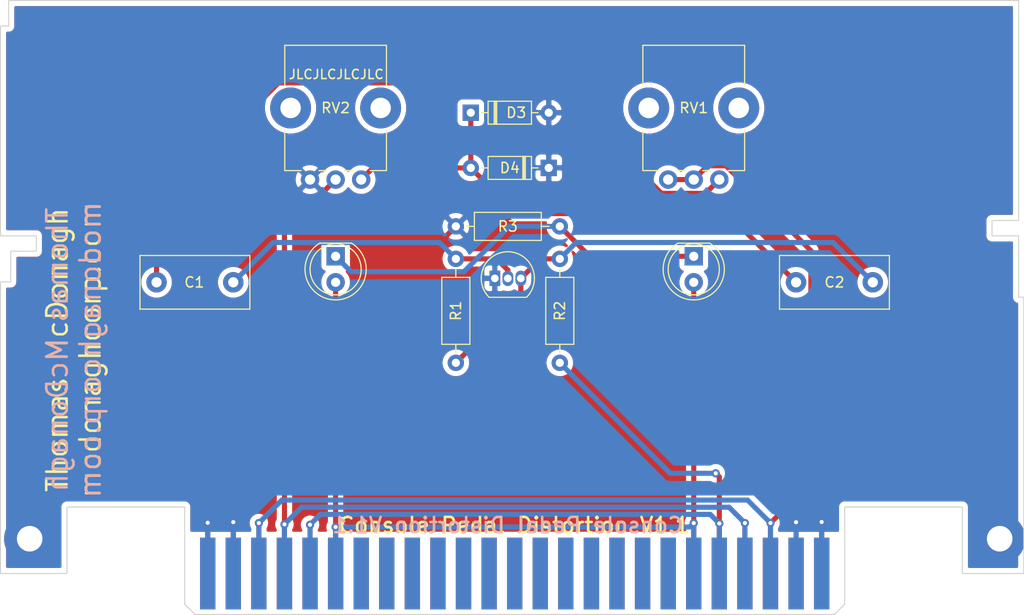
<source format=kicad_pcb>
(kicad_pcb (version 20171130) (host pcbnew "(5.1.7)-1")

  (general
    (thickness 1.6)
    (drawings 33)
    (tracks 101)
    (zones 0)
    (modules 15)
    (nets 11)
  )

  (page A4)
  (layers
    (0 F.Cu signal hide)
    (31 B.Cu signal hide)
    (32 B.Adhes user)
    (33 F.Adhes user)
    (34 B.Paste user)
    (35 F.Paste user)
    (36 B.SilkS user)
    (37 F.SilkS user)
    (38 B.Mask user hide)
    (39 F.Mask user hide)
    (40 Dwgs.User user)
    (41 Cmts.User user)
    (42 Eco1.User user)
    (43 Eco2.User user)
    (44 Edge.Cuts user)
    (45 Margin user)
    (46 B.CrtYd user)
    (47 F.CrtYd user)
    (48 B.Fab user)
    (49 F.Fab user hide)
  )

  (setup
    (last_trace_width 0.25)
    (user_trace_width 0.5)
    (trace_clearance 0.2)
    (zone_clearance 0.5)
    (zone_45_only no)
    (trace_min 0.2)
    (via_size 0.8)
    (via_drill 0.4)
    (via_min_size 0.4)
    (via_min_drill 0.3)
    (uvia_size 0.3)
    (uvia_drill 0.1)
    (uvias_allowed no)
    (uvia_min_size 0.2)
    (uvia_min_drill 0.1)
    (edge_width 0.05)
    (segment_width 0.2)
    (pcb_text_width 0.3)
    (pcb_text_size 1.5 1.5)
    (mod_edge_width 0.12)
    (mod_text_size 1 1)
    (mod_text_width 0.15)
    (pad_size 1.6 1.6)
    (pad_drill 0.8)
    (pad_to_mask_clearance 0)
    (aux_axis_origin 0 0)
    (visible_elements 7FFFFF7F)
    (pcbplotparams
      (layerselection 0x010fc_ffffffff)
      (usegerberextensions false)
      (usegerberattributes false)
      (usegerberadvancedattributes true)
      (creategerberjobfile true)
      (excludeedgelayer true)
      (linewidth 0.100000)
      (plotframeref false)
      (viasonmask false)
      (mode 1)
      (useauxorigin false)
      (hpglpennumber 1)
      (hpglpenspeed 20)
      (hpglpendiameter 15.000000)
      (psnegative false)
      (psa4output false)
      (plotreference true)
      (plotvalue true)
      (plotinvisibletext false)
      (padsonsilk false)
      (subtractmaskfromsilk false)
      (outputformat 1)
      (mirror false)
      (drillshape 0)
      (scaleselection 1)
      (outputdirectory "Gerbers/"))
  )

  (net 0 "")
  (net 1 GND)
  (net 2 "Net-(C1-Pad1)")
  (net 3 "Net-(C1-Pad2)")
  (net 4 "Net-(C2-Pad2)")
  (net 5 "Net-(C2-Pad1)")
  (net 6 /LEDPower)
  (net 7 /Input)
  (net 8 /Output)
  (net 9 +9V)
  (net 10 "Net-(D1-Pad1)")

  (net_class Default "This is the default net class."
    (clearance 0.2)
    (trace_width 0.25)
    (via_dia 0.8)
    (via_drill 0.4)
    (uvia_dia 0.3)
    (uvia_drill 0.1)
    (add_net +9V)
    (add_net /Input)
    (add_net /LEDPower)
    (add_net /Output)
    (add_net GND)
    (add_net "Net-(C1-Pad1)")
    (add_net "Net-(C1-Pad2)")
    (add_net "Net-(C2-Pad1)")
    (add_net "Net-(C2-Pad2)")
    (add_net "Net-(D1-Pad1)")
  )

  (module Resistor_THT:R_Axial_DIN0207_L6.3mm_D2.5mm_P10.16mm_Horizontal (layer F.Cu) (tedit 5AE5139B) (tstamp 5FD580BA)
    (at 127 92.075)
    (descr "Resistor, Axial_DIN0207 series, Axial, Horizontal, pin pitch=10.16mm, 0.25W = 1/4W, length*diameter=6.3*2.5mm^2, http://cdn-reichelt.de/documents/datenblatt/B400/1_4W%23YAG.pdf")
    (tags "Resistor Axial_DIN0207 series Axial Horizontal pin pitch 10.16mm 0.25W = 1/4W length 6.3mm diameter 2.5mm")
    (path /5FA964BB)
    (fp_text reference R3 (at 5.08 0) (layer F.SilkS)
      (effects (font (size 1 1) (thickness 0.15)))
    )
    (fp_text value 100K (at 5.08 2.37) (layer F.Fab)
      (effects (font (size 1 1) (thickness 0.15)))
    )
    (fp_line (start 1.93 -1.25) (end 1.93 1.25) (layer F.Fab) (width 0.1))
    (fp_line (start 1.93 1.25) (end 8.23 1.25) (layer F.Fab) (width 0.1))
    (fp_line (start 8.23 1.25) (end 8.23 -1.25) (layer F.Fab) (width 0.1))
    (fp_line (start 8.23 -1.25) (end 1.93 -1.25) (layer F.Fab) (width 0.1))
    (fp_line (start 0 0) (end 1.93 0) (layer F.Fab) (width 0.1))
    (fp_line (start 10.16 0) (end 8.23 0) (layer F.Fab) (width 0.1))
    (fp_line (start 1.81 -1.37) (end 1.81 1.37) (layer F.SilkS) (width 0.12))
    (fp_line (start 1.81 1.37) (end 8.35 1.37) (layer F.SilkS) (width 0.12))
    (fp_line (start 8.35 1.37) (end 8.35 -1.37) (layer F.SilkS) (width 0.12))
    (fp_line (start 8.35 -1.37) (end 1.81 -1.37) (layer F.SilkS) (width 0.12))
    (fp_line (start 1.04 0) (end 1.81 0) (layer F.SilkS) (width 0.12))
    (fp_line (start 9.12 0) (end 8.35 0) (layer F.SilkS) (width 0.12))
    (fp_line (start -1.05 -1.5) (end -1.05 1.5) (layer F.CrtYd) (width 0.05))
    (fp_line (start -1.05 1.5) (end 11.21 1.5) (layer F.CrtYd) (width 0.05))
    (fp_line (start 11.21 1.5) (end 11.21 -1.5) (layer F.CrtYd) (width 0.05))
    (fp_line (start 11.21 -1.5) (end -1.05 -1.5) (layer F.CrtYd) (width 0.05))
    (fp_text user %R (at 5.08 0) (layer F.Fab)
      (effects (font (size 1 1) (thickness 0.15)))
    )
    (pad 1 thru_hole circle (at 0 0) (size 1.6 1.6) (drill 0.8) (layers *.Cu *.Mask)
      (net 1 GND))
    (pad 2 thru_hole oval (at 10.16 0) (size 1.6 1.6) (drill 0.8) (layers *.Cu *.Mask)
      (net 10 "Net-(D1-Pad1)"))
    (model ${KISYS3DMOD}/Resistor_THT.3dshapes/R_Axial_DIN0207_L6.3mm_D2.5mm_P10.16mm_Horizontal.wrl
      (at (xyz 0 0 0))
      (scale (xyz 1 1 1))
      (rotate (xyz 0 0 0))
    )
  )

  (module LED_THT:LED_D5.0mm (layer F.Cu) (tedit 5995936A) (tstamp 5FA843C0)
    (at 115.25 95 270)
    (descr "LED, diameter 5.0mm, 2 pins, http://cdn-reichelt.de/documents/datenblatt/A500/LL-504BC2E-009.pdf")
    (tags "LED diameter 5.0mm 2 pins")
    (path /5FA93C7E)
    (fp_text reference D1 (at 1.27 -3.96 90) (layer F.SilkS) hide
      (effects (font (size 1 1) (thickness 0.15)))
    )
    (fp_text value LED (at 1.27 3.96 90) (layer F.Fab)
      (effects (font (size 1 1) (thickness 0.15)))
    )
    (fp_circle (center 1.27 0) (end 3.77 0) (layer F.Fab) (width 0.1))
    (fp_circle (center 1.27 0) (end 3.77 0) (layer F.SilkS) (width 0.12))
    (fp_line (start -1.23 -1.469694) (end -1.23 1.469694) (layer F.Fab) (width 0.1))
    (fp_line (start -1.29 -1.545) (end -1.29 1.545) (layer F.SilkS) (width 0.12))
    (fp_line (start -1.95 -3.25) (end -1.95 3.25) (layer F.CrtYd) (width 0.05))
    (fp_line (start -1.95 3.25) (end 4.5 3.25) (layer F.CrtYd) (width 0.05))
    (fp_line (start 4.5 3.25) (end 4.5 -3.25) (layer F.CrtYd) (width 0.05))
    (fp_line (start 4.5 -3.25) (end -1.95 -3.25) (layer F.CrtYd) (width 0.05))
    (fp_arc (start 1.27 0) (end -1.23 -1.469694) (angle 299.1) (layer F.Fab) (width 0.1))
    (fp_arc (start 1.27 0) (end -1.29 -1.54483) (angle 148.9) (layer F.SilkS) (width 0.12))
    (fp_arc (start 1.27 0) (end -1.29 1.54483) (angle -148.9) (layer F.SilkS) (width 0.12))
    (fp_text user %R (at 1.25 0 90) (layer F.Fab)
      (effects (font (size 0.8 0.8) (thickness 0.2)))
    )
    (pad 1 thru_hole rect (at 0 0 270) (size 1.8 1.8) (drill 0.9) (layers *.Cu *.Mask)
      (net 10 "Net-(D1-Pad1)"))
    (pad 2 thru_hole circle (at 2.54 0 270) (size 1.8 1.8) (drill 0.9) (layers *.Cu *.Mask)
      (net 6 /LEDPower))
    (model ${KISYS3DMOD}/LED_THT.3dshapes/LED_D5.0mm.wrl
      (at (xyz 0 0 0))
      (scale (xyz 1 1 1))
      (rotate (xyz 0 0 0))
    )
  )

  (module LED_THT:LED_D5.0mm (layer F.Cu) (tedit 5995936A) (tstamp 5FA842F1)
    (at 150.25 95 270)
    (descr "LED, diameter 5.0mm, 2 pins, http://cdn-reichelt.de/documents/datenblatt/A500/LL-504BC2E-009.pdf")
    (tags "LED diameter 5.0mm 2 pins")
    (path /5FA94A27)
    (fp_text reference D2 (at 1.27 -3.96 90) (layer F.SilkS) hide
      (effects (font (size 1 1) (thickness 0.15)))
    )
    (fp_text value LED (at 1.27 3.96 90) (layer F.Fab)
      (effects (font (size 1 1) (thickness 0.15)))
    )
    (fp_line (start 4.5 -3.25) (end -1.95 -3.25) (layer F.CrtYd) (width 0.05))
    (fp_line (start 4.5 3.25) (end 4.5 -3.25) (layer F.CrtYd) (width 0.05))
    (fp_line (start -1.95 3.25) (end 4.5 3.25) (layer F.CrtYd) (width 0.05))
    (fp_line (start -1.95 -3.25) (end -1.95 3.25) (layer F.CrtYd) (width 0.05))
    (fp_line (start -1.29 -1.545) (end -1.29 1.545) (layer F.SilkS) (width 0.12))
    (fp_line (start -1.23 -1.469694) (end -1.23 1.469694) (layer F.Fab) (width 0.1))
    (fp_circle (center 1.27 0) (end 3.77 0) (layer F.SilkS) (width 0.12))
    (fp_circle (center 1.27 0) (end 3.77 0) (layer F.Fab) (width 0.1))
    (fp_text user %R (at 1.25 0 90) (layer F.Fab)
      (effects (font (size 0.8 0.8) (thickness 0.2)))
    )
    (fp_arc (start 1.27 0) (end -1.29 1.54483) (angle -148.9) (layer F.SilkS) (width 0.12))
    (fp_arc (start 1.27 0) (end -1.29 -1.54483) (angle 148.9) (layer F.SilkS) (width 0.12))
    (fp_arc (start 1.27 0) (end -1.23 -1.469694) (angle 299.1) (layer F.Fab) (width 0.1))
    (pad 2 thru_hole circle (at 2.54 0 270) (size 1.8 1.8) (drill 0.9) (layers *.Cu *.Mask)
      (net 6 /LEDPower))
    (pad 1 thru_hole rect (at 0 0 270) (size 1.8 1.8) (drill 0.9) (layers *.Cu *.Mask)
      (net 10 "Net-(D1-Pad1)"))
    (model ${KISYS3DMOD}/LED_THT.3dshapes/LED_D5.0mm.wrl
      (at (xyz 0 0 0))
      (scale (xyz 1 1 1))
      (rotate (xyz 0 0 0))
    )
  )

  (module libraries:N64-Connector (layer F.Cu) (tedit 5FA77CC1) (tstamp 5FA844EB)
    (at 132.75 126)
    (path /5FAA85D7)
    (fp_text reference J1 (at 0 5.4) (layer F.SilkS) hide
      (effects (font (size 1 1) (thickness 0.15)))
    )
    (fp_text value Conn_02x25_Counter_Clockwise (at 0 6.9) (layer F.Fab)
      (effects (font (size 1 1) (thickness 0.15)))
    )
    (fp_text user Back (at -15.275 -6.62) (layer B.SilkS) hide
      (effects (font (size 2 2) (thickness 0.3)) (justify mirror))
    )
    (fp_text user Front (at -15.6 -6.62) (layer F.SilkS) hide
      (effects (font (size 2 2) (thickness 0.3)))
    )
    (pad 1 connect rect (at -30 0) (size 1.5 7) (layers F.Cu F.Mask)
      (net 1 GND))
    (pad 2 connect rect (at -27.5 0) (size 1.5 7) (layers F.Cu F.Mask)
      (net 1 GND))
    (pad 3 connect rect (at -25 0) (size 1.5 7) (layers F.Cu F.Mask)
      (net 7 /Input))
    (pad 4 connect rect (at -22.5 0) (size 1.5 7) (layers F.Cu F.Mask)
      (net 8 /Output))
    (pad 5 connect rect (at -20 0) (size 1.5 7) (layers F.Cu F.Mask)
      (net 9 +9V))
    (pad 6 connect rect (at -17.5 0) (size 1.5 7) (layers F.Cu F.Mask)
      (net 6 /LEDPower))
    (pad 7 connect rect (at -15 0) (size 1.5 7) (layers F.Cu F.Mask))
    (pad 8 connect rect (at -12.5 0) (size 1.5 7) (layers F.Cu F.Mask))
    (pad 9 connect rect (at -10 0) (size 1.5 7) (layers F.Cu F.Mask))
    (pad 10 connect rect (at -7.5 0) (size 1.5 7) (layers F.Cu F.Mask))
    (pad 11 connect rect (at -5 0) (size 1.5 7) (layers F.Cu F.Mask))
    (pad 12 connect rect (at -2.5 0) (size 1.5 7) (layers F.Cu F.Mask))
    (pad 13 connect rect (at 0 0) (size 1.5 7) (layers F.Cu F.Mask))
    (pad 14 connect rect (at 2.5 0) (size 1.5 7) (layers F.Cu F.Mask))
    (pad 15 connect rect (at 5 0) (size 1.5 7) (layers F.Cu F.Mask))
    (pad 16 connect rect (at 7.5 0) (size 1.5 7) (layers F.Cu F.Mask))
    (pad 17 connect rect (at 10 0) (size 1.5 7) (layers F.Cu F.Mask))
    (pad 18 connect rect (at 12.5 0) (size 1.5 7) (layers F.Cu F.Mask))
    (pad 19 connect rect (at 15 0) (size 1.5 7) (layers F.Cu F.Mask))
    (pad 20 connect rect (at 17.5 0) (size 1.5 7) (layers F.Cu F.Mask)
      (net 6 /LEDPower))
    (pad 21 connect rect (at 20 0) (size 1.5 7) (layers F.Cu F.Mask)
      (net 9 +9V))
    (pad 22 connect rect (at 22.5 0) (size 1.5 7) (layers F.Cu F.Mask)
      (net 8 /Output))
    (pad 23 connect rect (at 25 0) (size 1.5 7) (layers F.Cu F.Mask)
      (net 7 /Input))
    (pad 24 connect rect (at 27.5 0) (size 1.5 7) (layers F.Cu F.Mask)
      (net 1 GND))
    (pad 25 connect rect (at 30 0) (size 1.5 7) (layers F.Cu F.Mask)
      (net 1 GND))
    (pad 26 connect rect (at -30 0) (size 1.5 7) (layers B.Cu B.Mask)
      (net 1 GND))
    (pad 27 connect rect (at -27.5 0) (size 1.5 7) (layers B.Cu B.Mask)
      (net 1 GND))
    (pad 28 connect rect (at -25 0) (size 1.5 7) (layers B.Cu B.Mask)
      (net 7 /Input))
    (pad 29 connect rect (at -22.5 0) (size 1.5 7) (layers B.Cu B.Mask)
      (net 8 /Output))
    (pad 30 connect rect (at -20 0) (size 1.5 7) (layers B.Cu B.Mask)
      (net 9 +9V))
    (pad 31 connect rect (at -17.5 0) (size 1.5 7) (layers B.Cu B.Mask)
      (net 6 /LEDPower))
    (pad 32 connect rect (at -15 0) (size 1.5 7) (layers B.Cu B.Mask))
    (pad 33 connect rect (at -12.5 0) (size 1.5 7) (layers B.Cu B.Mask))
    (pad 34 connect rect (at -10 0) (size 1.5 7) (layers B.Cu B.Mask))
    (pad 35 connect rect (at -7.5 0) (size 1.5 7) (layers B.Cu B.Mask))
    (pad 36 connect rect (at -5 0) (size 1.5 7) (layers B.Cu B.Mask))
    (pad 37 connect rect (at -2.5 0) (size 1.5 7) (layers B.Cu B.Mask))
    (pad 38 connect rect (at 0 0) (size 1.5 7) (layers B.Cu B.Mask))
    (pad 39 connect rect (at 2.5 0) (size 1.5 7) (layers B.Cu B.Mask))
    (pad 40 connect rect (at 5 0) (size 1.5 7) (layers B.Cu B.Mask))
    (pad 41 connect rect (at 7.5 0) (size 1.5 7) (layers B.Cu B.Mask))
    (pad 42 connect rect (at 10 0) (size 1.5 7) (layers B.Cu B.Mask))
    (pad 43 connect rect (at 12.5 0) (size 1.5 7) (layers B.Cu B.Mask))
    (pad 44 connect rect (at 15 0) (size 1.5 7) (layers B.Cu B.Mask))
    (pad 45 connect rect (at 17.5 0) (size 1.5 7) (layers B.Cu B.Mask)
      (net 6 /LEDPower))
    (pad 46 connect rect (at 20 0) (size 1.5 7) (layers B.Cu B.Mask)
      (net 9 +9V))
    (pad 47 connect rect (at 22.5 0) (size 1.5 7) (layers B.Cu B.Mask)
      (net 8 /Output))
    (pad 48 connect rect (at 25 0) (size 1.5 7) (layers B.Cu B.Mask)
      (net 7 /Input))
    (pad 49 connect rect (at 27.5 0) (size 1.5 7) (layers B.Cu B.Mask)
      (net 1 GND))
    (pad 50 connect rect (at 30 0) (size 1.5 7) (layers B.Cu B.Mask)
      (net 1 GND))
  )

  (module Potentiometer_THT:Potentiometer_Bourns_PTV09A-1_Single_Vertical (layer F.Cu) (tedit 5A3D4993) (tstamp 5FD56783)
    (at 152.75 87.5 90)
    (descr "Potentiometer, vertical, Bourns PTV09A-1 Single, http://www.bourns.com/docs/Product-Datasheets/ptv09.pdf")
    (tags "Potentiometer vertical Bourns PTV09A-1 Single")
    (path /5FA79A47)
    (fp_text reference RV1 (at 7 -2.5 180) (layer F.SilkS)
      (effects (font (size 1 1) (thickness 0.15)))
    )
    (fp_text value "250K Distortion" (at 6.05 5.15 90) (layer F.Fab)
      (effects (font (size 1 1) (thickness 0.15)))
    )
    (fp_line (start 13.25 -9.15) (end -1.15 -9.15) (layer F.CrtYd) (width 0.05))
    (fp_line (start 13.25 4.15) (end 13.25 -9.15) (layer F.CrtYd) (width 0.05))
    (fp_line (start -1.15 4.15) (end 13.25 4.15) (layer F.CrtYd) (width 0.05))
    (fp_line (start -1.15 -9.15) (end -1.15 4.15) (layer F.CrtYd) (width 0.05))
    (fp_line (start 13.12 -7.47) (end 13.12 2.47) (layer F.SilkS) (width 0.12))
    (fp_line (start 0.88 0.87) (end 0.88 2.47) (layer F.SilkS) (width 0.12))
    (fp_line (start 0.88 -1.629) (end 0.88 -0.87) (layer F.SilkS) (width 0.12))
    (fp_line (start 0.88 -4.129) (end 0.88 -3.37) (layer F.SilkS) (width 0.12))
    (fp_line (start 0.88 -7.47) (end 0.88 -5.871) (layer F.SilkS) (width 0.12))
    (fp_line (start 9.255 2.47) (end 13.12 2.47) (layer F.SilkS) (width 0.12))
    (fp_line (start 0.88 2.47) (end 4.745 2.47) (layer F.SilkS) (width 0.12))
    (fp_line (start 9.255 -7.47) (end 13.12 -7.47) (layer F.SilkS) (width 0.12))
    (fp_line (start 0.88 -7.47) (end 4.745 -7.47) (layer F.SilkS) (width 0.12))
    (fp_line (start 13 -7.35) (end 1 -7.35) (layer F.Fab) (width 0.1))
    (fp_line (start 13 2.35) (end 13 -7.35) (layer F.Fab) (width 0.1))
    (fp_line (start 1 2.35) (end 13 2.35) (layer F.Fab) (width 0.1))
    (fp_line (start 1 -7.35) (end 1 2.35) (layer F.Fab) (width 0.1))
    (fp_circle (center 7.5 -2.5) (end 10.5 -2.5) (layer F.Fab) (width 0.1))
    (fp_text user %R (at 2 -2.5) (layer F.Fab)
      (effects (font (size 1 1) (thickness 0.15)))
    )
    (pad "" np_thru_hole circle (at 7 1.9 90) (size 4 4) (drill 2) (layers *.Cu *.Mask))
    (pad "" np_thru_hole circle (at 7 -6.9 90) (size 4 4) (drill 2) (layers *.Cu *.Mask))
    (pad 1 thru_hole circle (at 0 0 90) (size 1.8 1.8) (drill 1) (layers *.Cu *.Mask)
      (net 3 "Net-(C1-Pad2)"))
    (pad 2 thru_hole circle (at 0 -2.5 90) (size 1.8 1.8) (drill 1) (layers *.Cu *.Mask)
      (net 7 /Input))
    (pad 3 thru_hole circle (at 0 -5 90) (size 1.8 1.8) (drill 1) (layers *.Cu *.Mask)
      (net 7 /Input))
    (model ${KISYS3DMOD}/Potentiometer_THT.3dshapes/Potentiometer_Bourns_PTV09A-1_Single_Vertical.wrl
      (at (xyz 0 0 0))
      (scale (xyz 1 1 1))
      (rotate (xyz 0 0 0))
    )
  )

  (module Potentiometer_THT:Potentiometer_Bourns_PTV09A-1_Single_Vertical (layer F.Cu) (tedit 5A3D4993) (tstamp 5FD5680B)
    (at 117.75 87.5 90)
    (descr "Potentiometer, vertical, Bourns PTV09A-1 Single, http://www.bourns.com/docs/Product-Datasheets/ptv09.pdf")
    (tags "Potentiometer vertical Bourns PTV09A-1 Single")
    (path /5FA8CF3E)
    (fp_text reference RV2 (at 7 -2.5 180) (layer F.SilkS)
      (effects (font (size 1 1) (thickness 0.15)))
    )
    (fp_text value "250K Volume" (at 6.05 5.15 90) (layer F.Fab)
      (effects (font (size 1 1) (thickness 0.15)))
    )
    (fp_circle (center 7.5 -2.5) (end 10.5 -2.5) (layer F.Fab) (width 0.1))
    (fp_line (start 1 -7.35) (end 1 2.35) (layer F.Fab) (width 0.1))
    (fp_line (start 1 2.35) (end 13 2.35) (layer F.Fab) (width 0.1))
    (fp_line (start 13 2.35) (end 13 -7.35) (layer F.Fab) (width 0.1))
    (fp_line (start 13 -7.35) (end 1 -7.35) (layer F.Fab) (width 0.1))
    (fp_line (start 0.88 -7.47) (end 4.745 -7.47) (layer F.SilkS) (width 0.12))
    (fp_line (start 9.255 -7.47) (end 13.12 -7.47) (layer F.SilkS) (width 0.12))
    (fp_line (start 0.88 2.47) (end 4.745 2.47) (layer F.SilkS) (width 0.12))
    (fp_line (start 9.255 2.47) (end 13.12 2.47) (layer F.SilkS) (width 0.12))
    (fp_line (start 0.88 -7.47) (end 0.88 -5.871) (layer F.SilkS) (width 0.12))
    (fp_line (start 0.88 -4.129) (end 0.88 -3.37) (layer F.SilkS) (width 0.12))
    (fp_line (start 0.88 -1.629) (end 0.88 -0.87) (layer F.SilkS) (width 0.12))
    (fp_line (start 0.88 0.87) (end 0.88 2.47) (layer F.SilkS) (width 0.12))
    (fp_line (start 13.12 -7.47) (end 13.12 2.47) (layer F.SilkS) (width 0.12))
    (fp_line (start -1.15 -9.15) (end -1.15 4.15) (layer F.CrtYd) (width 0.05))
    (fp_line (start -1.15 4.15) (end 13.25 4.15) (layer F.CrtYd) (width 0.05))
    (fp_line (start 13.25 4.15) (end 13.25 -9.15) (layer F.CrtYd) (width 0.05))
    (fp_line (start 13.25 -9.15) (end -1.15 -9.15) (layer F.CrtYd) (width 0.05))
    (fp_text user %R (at 2 -2.5) (layer F.Fab)
      (effects (font (size 1 1) (thickness 0.15)))
    )
    (pad 3 thru_hole circle (at 0 -5 90) (size 1.8 1.8) (drill 1) (layers *.Cu *.Mask)
      (net 1 GND))
    (pad 2 thru_hole circle (at 0 -2.5 90) (size 1.8 1.8) (drill 1) (layers *.Cu *.Mask)
      (net 8 /Output))
    (pad 1 thru_hole circle (at 0 0 90) (size 1.8 1.8) (drill 1) (layers *.Cu *.Mask)
      (net 5 "Net-(C2-Pad1)"))
    (pad "" np_thru_hole circle (at 7 -6.9 90) (size 4 4) (drill 2) (layers *.Cu *.Mask))
    (pad "" np_thru_hole circle (at 7 1.9 90) (size 4 4) (drill 2) (layers *.Cu *.Mask))
    (model ${KISYS3DMOD}/Potentiometer_THT.3dshapes/Potentiometer_Bourns_PTV09A-1_Single_Vertical.wrl
      (at (xyz 0 0 0))
      (scale (xyz 1 1 1))
      (rotate (xyz 0 0 0))
    )
  )

  (module MountingHole:MountingHole_2.5mm_Pad (layer F.Cu) (tedit 5FD51072) (tstamp 5FD57994)
    (at 85.35 122.6)
    (descr "Mounting Hole 2.5mm")
    (tags "mounting hole 2.5mm")
    (path /5FD7729C)
    (attr virtual)
    (fp_text reference H1 (at 0 -0.045) (layer F.SilkS) hide
      (effects (font (size 1 1) (thickness 0.15)))
    )
    (fp_text value MountingHole_Pad (at 0 3.5) (layer F.Fab)
      (effects (font (size 1 1) (thickness 0.15)))
    )
    (fp_circle (center 0 0) (end 2.5 0) (layer Cmts.User) (width 0.15))
    (fp_circle (center 0 0) (end 2.75 0) (layer F.CrtYd) (width 0.05))
    (fp_text user %R (at 0.3 0) (layer F.Fab)
      (effects (font (size 1 1) (thickness 0.15)))
    )
    (pad 1 thru_hole circle (at 0 0) (size 5 5) (drill 2.5) (layers *.Cu *.Mask)
      (net 1 GND) (zone_connect 2))
  )

  (module MountingHole:MountingHole_2.5mm_Pad (layer F.Cu) (tedit 5FD51084) (tstamp 5FD5799C)
    (at 180.15 122.6)
    (descr "Mounting Hole 2.5mm")
    (tags "mounting hole 2.5mm")
    (path /5FD78F6F)
    (attr virtual)
    (fp_text reference H2 (at 0 -0.045) (layer F.SilkS) hide
      (effects (font (size 1 1) (thickness 0.15)))
    )
    (fp_text value MountingHole_Pad (at 0 3.5) (layer F.Fab)
      (effects (font (size 1 1) (thickness 0.15)))
    )
    (fp_circle (center 0 0) (end 2.75 0) (layer F.CrtYd) (width 0.05))
    (fp_circle (center 0 0) (end 2.5 0) (layer Cmts.User) (width 0.15))
    (fp_text user %R (at 0.3 0) (layer F.Fab)
      (effects (font (size 1 1) (thickness 0.15)))
    )
    (pad 1 thru_hole circle (at 0 0) (size 5 5) (drill 2.5) (layers *.Cu *.Mask)
      (net 1 GND) (zone_connect 2))
  )

  (module Capacitor_THT:C_Disc_D10.5mm_W5.0mm_P7.50mm (layer F.Cu) (tedit 5AE50EF0) (tstamp 5FD5801B)
    (at 105.25 97.54 180)
    (descr "C, Disc series, Radial, pin pitch=7.50mm, , diameter*width=10.5*5.0mm^2, Capacitor, http://www.vishay.com/docs/28535/vy2series.pdf")
    (tags "C Disc series Radial pin pitch 7.50mm  diameter 10.5mm width 5.0mm Capacitor")
    (path /5FA78B75)
    (fp_text reference C1 (at 3.81 0) (layer F.SilkS)
      (effects (font (size 1 1) (thickness 0.15)))
    )
    (fp_text value 0.1uF (at 3.75 3.75) (layer F.Fab)
      (effects (font (size 1 1) (thickness 0.15)))
    )
    (fp_line (start -1.5 -2.5) (end -1.5 2.5) (layer F.Fab) (width 0.1))
    (fp_line (start -1.5 2.5) (end 9 2.5) (layer F.Fab) (width 0.1))
    (fp_line (start 9 2.5) (end 9 -2.5) (layer F.Fab) (width 0.1))
    (fp_line (start 9 -2.5) (end -1.5 -2.5) (layer F.Fab) (width 0.1))
    (fp_line (start -1.62 -2.62) (end 9.12 -2.62) (layer F.SilkS) (width 0.12))
    (fp_line (start -1.62 2.62) (end 9.12 2.62) (layer F.SilkS) (width 0.12))
    (fp_line (start -1.62 -2.62) (end -1.62 2.62) (layer F.SilkS) (width 0.12))
    (fp_line (start 9.12 -2.62) (end 9.12 2.62) (layer F.SilkS) (width 0.12))
    (fp_line (start -1.75 -2.75) (end -1.75 2.75) (layer F.CrtYd) (width 0.05))
    (fp_line (start -1.75 2.75) (end 9.25 2.75) (layer F.CrtYd) (width 0.05))
    (fp_line (start 9.25 2.75) (end 9.25 -2.75) (layer F.CrtYd) (width 0.05))
    (fp_line (start 9.25 -2.75) (end -1.75 -2.75) (layer F.CrtYd) (width 0.05))
    (fp_text user %R (at 3.75 0) (layer F.Fab)
      (effects (font (size 1 1) (thickness 0.15)))
    )
    (pad 1 thru_hole circle (at 0 0 180) (size 2 2) (drill 1) (layers *.Cu *.Mask)
      (net 2 "Net-(C1-Pad1)"))
    (pad 2 thru_hole circle (at 7.5 0 180) (size 2 2) (drill 1) (layers *.Cu *.Mask)
      (net 3 "Net-(C1-Pad2)"))
    (model ${KISYS3DMOD}/Capacitor_THT.3dshapes/C_Disc_D10.5mm_W5.0mm_P7.50mm.wrl
      (at (xyz 0 0 0))
      (scale (xyz 1 1 1))
      (rotate (xyz 0 0 0))
    )
  )

  (module Capacitor_THT:C_Disc_D10.5mm_W5.0mm_P7.50mm (layer F.Cu) (tedit 5AE50EF0) (tstamp 5FD5802D)
    (at 160.25 97.54)
    (descr "C, Disc series, Radial, pin pitch=7.50mm, , diameter*width=10.5*5.0mm^2, Capacitor, http://www.vishay.com/docs/28535/vy2series.pdf")
    (tags "C Disc series Radial pin pitch 7.50mm  diameter 10.5mm width 5.0mm Capacitor")
    (path /5FA8902A)
    (fp_text reference C2 (at 3.75 0) (layer F.SilkS)
      (effects (font (size 1 1) (thickness 0.15)))
    )
    (fp_text value 0.1uF (at 3.75 3.75) (layer F.Fab)
      (effects (font (size 1 1) (thickness 0.15)))
    )
    (fp_line (start 9.25 -2.75) (end -1.75 -2.75) (layer F.CrtYd) (width 0.05))
    (fp_line (start 9.25 2.75) (end 9.25 -2.75) (layer F.CrtYd) (width 0.05))
    (fp_line (start -1.75 2.75) (end 9.25 2.75) (layer F.CrtYd) (width 0.05))
    (fp_line (start -1.75 -2.75) (end -1.75 2.75) (layer F.CrtYd) (width 0.05))
    (fp_line (start 9.12 -2.62) (end 9.12 2.62) (layer F.SilkS) (width 0.12))
    (fp_line (start -1.62 -2.62) (end -1.62 2.62) (layer F.SilkS) (width 0.12))
    (fp_line (start -1.62 2.62) (end 9.12 2.62) (layer F.SilkS) (width 0.12))
    (fp_line (start -1.62 -2.62) (end 9.12 -2.62) (layer F.SilkS) (width 0.12))
    (fp_line (start 9 -2.5) (end -1.5 -2.5) (layer F.Fab) (width 0.1))
    (fp_line (start 9 2.5) (end 9 -2.5) (layer F.Fab) (width 0.1))
    (fp_line (start -1.5 2.5) (end 9 2.5) (layer F.Fab) (width 0.1))
    (fp_line (start -1.5 -2.5) (end -1.5 2.5) (layer F.Fab) (width 0.1))
    (fp_text user %R (at 3.75 0) (layer F.Fab)
      (effects (font (size 1 1) (thickness 0.15)))
    )
    (pad 2 thru_hole circle (at 7.5 0) (size 2 2) (drill 1) (layers *.Cu *.Mask)
      (net 4 "Net-(C2-Pad2)"))
    (pad 1 thru_hole circle (at 0 0) (size 2 2) (drill 1) (layers *.Cu *.Mask)
      (net 5 "Net-(C2-Pad1)"))
    (model ${KISYS3DMOD}/Capacitor_THT.3dshapes/C_Disc_D10.5mm_W5.0mm_P7.50mm.wrl
      (at (xyz 0 0 0))
      (scale (xyz 1 1 1))
      (rotate (xyz 0 0 0))
    )
  )

  (module Diode_THT:D_DO-35_SOD27_P7.62mm_Horizontal (layer F.Cu) (tedit 5AE50CD5) (tstamp 5FD5805D)
    (at 128.4605 80.9625)
    (descr "Diode, DO-35_SOD27 series, Axial, Horizontal, pin pitch=7.62mm, , length*diameter=4*2mm^2, , http://www.diodes.com/_files/packages/DO-35.pdf")
    (tags "Diode DO-35_SOD27 series Axial Horizontal pin pitch 7.62mm  length 4mm diameter 2mm")
    (path /5FD8F897)
    (fp_text reference D3 (at 4.445 0) (layer F.SilkS)
      (effects (font (size 1 1) (thickness 0.15)))
    )
    (fp_text value 1N4148 (at 3.81 2.12) (layer F.Fab)
      (effects (font (size 1 1) (thickness 0.15)))
    )
    (fp_line (start 1.81 -1) (end 1.81 1) (layer F.Fab) (width 0.1))
    (fp_line (start 1.81 1) (end 5.81 1) (layer F.Fab) (width 0.1))
    (fp_line (start 5.81 1) (end 5.81 -1) (layer F.Fab) (width 0.1))
    (fp_line (start 5.81 -1) (end 1.81 -1) (layer F.Fab) (width 0.1))
    (fp_line (start 0 0) (end 1.81 0) (layer F.Fab) (width 0.1))
    (fp_line (start 7.62 0) (end 5.81 0) (layer F.Fab) (width 0.1))
    (fp_line (start 2.41 -1) (end 2.41 1) (layer F.Fab) (width 0.1))
    (fp_line (start 2.51 -1) (end 2.51 1) (layer F.Fab) (width 0.1))
    (fp_line (start 2.31 -1) (end 2.31 1) (layer F.Fab) (width 0.1))
    (fp_line (start 1.69 -1.12) (end 1.69 1.12) (layer F.SilkS) (width 0.12))
    (fp_line (start 1.69 1.12) (end 5.93 1.12) (layer F.SilkS) (width 0.12))
    (fp_line (start 5.93 1.12) (end 5.93 -1.12) (layer F.SilkS) (width 0.12))
    (fp_line (start 5.93 -1.12) (end 1.69 -1.12) (layer F.SilkS) (width 0.12))
    (fp_line (start 1.04 0) (end 1.69 0) (layer F.SilkS) (width 0.12))
    (fp_line (start 6.58 0) (end 5.93 0) (layer F.SilkS) (width 0.12))
    (fp_line (start 2.41 -1.12) (end 2.41 1.12) (layer F.SilkS) (width 0.12))
    (fp_line (start 2.53 -1.12) (end 2.53 1.12) (layer F.SilkS) (width 0.12))
    (fp_line (start 2.29 -1.12) (end 2.29 1.12) (layer F.SilkS) (width 0.12))
    (fp_line (start -1.05 -1.25) (end -1.05 1.25) (layer F.CrtYd) (width 0.05))
    (fp_line (start -1.05 1.25) (end 8.67 1.25) (layer F.CrtYd) (width 0.05))
    (fp_line (start 8.67 1.25) (end 8.67 -1.25) (layer F.CrtYd) (width 0.05))
    (fp_line (start 8.67 -1.25) (end -1.05 -1.25) (layer F.CrtYd) (width 0.05))
    (fp_text user %R (at 4.11 0) (layer F.Fab)
      (effects (font (size 0.8 0.8) (thickness 0.12)))
    )
    (fp_text user K (at 0 -1.8) (layer F.Fab)
      (effects (font (size 1 1) (thickness 0.15)))
    )
    (fp_text user K (at -1.905 0) (layer F.SilkS) hide
      (effects (font (size 1 1) (thickness 0.15)))
    )
    (pad 1 thru_hole rect (at 0 0) (size 1.6 1.6) (drill 0.8) (layers *.Cu *.Mask)
      (net 5 "Net-(C2-Pad1)"))
    (pad 2 thru_hole oval (at 7.62 0) (size 1.6 1.6) (drill 0.8) (layers *.Cu *.Mask)
      (net 1 GND))
    (model ${KISYS3DMOD}/Diode_THT.3dshapes/D_DO-35_SOD27_P7.62mm_Horizontal.wrl
      (at (xyz 0 0 0))
      (scale (xyz 1 1 1))
      (rotate (xyz 0 0 0))
    )
  )

  (module Diode_THT:D_DO-35_SOD27_P7.62mm_Horizontal (layer F.Cu) (tedit 5AE50CD5) (tstamp 5FD5807C)
    (at 136.0805 86.36 180)
    (descr "Diode, DO-35_SOD27 series, Axial, Horizontal, pin pitch=7.62mm, , length*diameter=4*2mm^2, , http://www.diodes.com/_files/packages/DO-35.pdf")
    (tags "Diode DO-35_SOD27 series Axial Horizontal pin pitch 7.62mm  length 4mm diameter 2mm")
    (path /5FD91CD5)
    (fp_text reference D4 (at 3.81 0) (layer F.SilkS)
      (effects (font (size 1 1) (thickness 0.15)))
    )
    (fp_text value 1N4148 (at 3.81 2.12) (layer F.Fab)
      (effects (font (size 1 1) (thickness 0.15)))
    )
    (fp_line (start 8.67 -1.25) (end -1.05 -1.25) (layer F.CrtYd) (width 0.05))
    (fp_line (start 8.67 1.25) (end 8.67 -1.25) (layer F.CrtYd) (width 0.05))
    (fp_line (start -1.05 1.25) (end 8.67 1.25) (layer F.CrtYd) (width 0.05))
    (fp_line (start -1.05 -1.25) (end -1.05 1.25) (layer F.CrtYd) (width 0.05))
    (fp_line (start 2.29 -1.12) (end 2.29 1.12) (layer F.SilkS) (width 0.12))
    (fp_line (start 2.53 -1.12) (end 2.53 1.12) (layer F.SilkS) (width 0.12))
    (fp_line (start 2.41 -1.12) (end 2.41 1.12) (layer F.SilkS) (width 0.12))
    (fp_line (start 6.58 0) (end 5.93 0) (layer F.SilkS) (width 0.12))
    (fp_line (start 1.04 0) (end 1.69 0) (layer F.SilkS) (width 0.12))
    (fp_line (start 5.93 -1.12) (end 1.69 -1.12) (layer F.SilkS) (width 0.12))
    (fp_line (start 5.93 1.12) (end 5.93 -1.12) (layer F.SilkS) (width 0.12))
    (fp_line (start 1.69 1.12) (end 5.93 1.12) (layer F.SilkS) (width 0.12))
    (fp_line (start 1.69 -1.12) (end 1.69 1.12) (layer F.SilkS) (width 0.12))
    (fp_line (start 2.31 -1) (end 2.31 1) (layer F.Fab) (width 0.1))
    (fp_line (start 2.51 -1) (end 2.51 1) (layer F.Fab) (width 0.1))
    (fp_line (start 2.41 -1) (end 2.41 1) (layer F.Fab) (width 0.1))
    (fp_line (start 7.62 0) (end 5.81 0) (layer F.Fab) (width 0.1))
    (fp_line (start 0 0) (end 1.81 0) (layer F.Fab) (width 0.1))
    (fp_line (start 5.81 -1) (end 1.81 -1) (layer F.Fab) (width 0.1))
    (fp_line (start 5.81 1) (end 5.81 -1) (layer F.Fab) (width 0.1))
    (fp_line (start 1.81 1) (end 5.81 1) (layer F.Fab) (width 0.1))
    (fp_line (start 1.81 -1) (end 1.81 1) (layer F.Fab) (width 0.1))
    (fp_text user K (at -1.905 0) (layer F.SilkS) hide
      (effects (font (size 1 1) (thickness 0.15)))
    )
    (fp_text user K (at 0 -1.8) (layer F.Fab)
      (effects (font (size 1 1) (thickness 0.15)))
    )
    (fp_text user %R (at 4.11 0) (layer F.Fab)
      (effects (font (size 0.8 0.8) (thickness 0.12)))
    )
    (pad 2 thru_hole oval (at 7.62 0 180) (size 1.6 1.6) (drill 0.8) (layers *.Cu *.Mask)
      (net 5 "Net-(C2-Pad1)"))
    (pad 1 thru_hole rect (at 0 0 180) (size 1.6 1.6) (drill 0.8) (layers *.Cu *.Mask)
      (net 1 GND))
    (model ${KISYS3DMOD}/Diode_THT.3dshapes/D_DO-35_SOD27_P7.62mm_Horizontal.wrl
      (at (xyz 0 0 0))
      (scale (xyz 1 1 1))
      (rotate (xyz 0 0 0))
    )
  )

  (module Package_TO_SOT_THT:TO-92_Inline (layer F.Cu) (tedit 5A1DD157) (tstamp 5FD5807D)
    (at 130.81 97.155)
    (descr "TO-92 leads in-line, narrow, oval pads, drill 0.75mm (see NXP sot054_po.pdf)")
    (tags "to-92 sc-43 sc-43a sot54 PA33 transistor")
    (path /5FA86C50)
    (fp_text reference Q1 (at 1.27 -3.56) (layer F.SilkS) hide
      (effects (font (size 1 1) (thickness 0.15)))
    )
    (fp_text value 2N3904 (at 1.27 2.79) (layer F.Fab)
      (effects (font (size 1 1) (thickness 0.15)))
    )
    (fp_line (start -0.53 1.85) (end 3.07 1.85) (layer F.SilkS) (width 0.12))
    (fp_line (start -0.5 1.75) (end 3 1.75) (layer F.Fab) (width 0.1))
    (fp_line (start -1.46 -2.73) (end 4 -2.73) (layer F.CrtYd) (width 0.05))
    (fp_line (start -1.46 -2.73) (end -1.46 2.01) (layer F.CrtYd) (width 0.05))
    (fp_line (start 4 2.01) (end 4 -2.73) (layer F.CrtYd) (width 0.05))
    (fp_line (start 4 2.01) (end -1.46 2.01) (layer F.CrtYd) (width 0.05))
    (fp_text user %R (at 1.27 0) (layer F.Fab)
      (effects (font (size 1 1) (thickness 0.15)))
    )
    (fp_arc (start 1.27 0) (end 1.27 -2.48) (angle 135) (layer F.Fab) (width 0.1))
    (fp_arc (start 1.27 0) (end 1.27 -2.6) (angle -135) (layer F.SilkS) (width 0.12))
    (fp_arc (start 1.27 0) (end 1.27 -2.48) (angle -135) (layer F.Fab) (width 0.1))
    (fp_arc (start 1.27 0) (end 1.27 -2.6) (angle 135) (layer F.SilkS) (width 0.12))
    (pad 2 thru_hole oval (at 1.27 0) (size 1.05 1.5) (drill 0.75) (layers *.Cu *.Mask)
      (net 2 "Net-(C1-Pad1)"))
    (pad 3 thru_hole oval (at 2.54 0) (size 1.05 1.5) (drill 0.75) (layers *.Cu *.Mask)
      (net 4 "Net-(C2-Pad2)"))
    (pad 1 thru_hole rect (at 0 0) (size 1.05 1.5) (drill 0.75) (layers *.Cu *.Mask)
      (net 1 GND))
    (model ${KISYS3DMOD}/Package_TO_SOT_THT.3dshapes/TO-92_Inline.wrl
      (at (xyz 0 0 0))
      (scale (xyz 1 1 1))
      (rotate (xyz 0 0 0))
    )
  )

  (module Resistor_THT:R_Axial_DIN0207_L6.3mm_D2.5mm_P10.16mm_Horizontal (layer F.Cu) (tedit 5AE5139B) (tstamp 5FD5808E)
    (at 127 95.25 270)
    (descr "Resistor, Axial_DIN0207 series, Axial, Horizontal, pin pitch=10.16mm, 0.25W = 1/4W, length*diameter=6.3*2.5mm^2, http://cdn-reichelt.de/documents/datenblatt/B400/1_4W%23YAG.pdf")
    (tags "Resistor Axial_DIN0207 series Axial Horizontal pin pitch 10.16mm 0.25W = 1/4W length 6.3mm diameter 2.5mm")
    (path /5FA87CBD)
    (fp_text reference R1 (at 5.08 0 90) (layer F.SilkS)
      (effects (font (size 1 1) (thickness 0.15)))
    )
    (fp_text value 2M (at 5.08 2.37 90) (layer F.Fab)
      (effects (font (size 1 1) (thickness 0.15)))
    )
    (fp_line (start 1.93 -1.25) (end 1.93 1.25) (layer F.Fab) (width 0.1))
    (fp_line (start 1.93 1.25) (end 8.23 1.25) (layer F.Fab) (width 0.1))
    (fp_line (start 8.23 1.25) (end 8.23 -1.25) (layer F.Fab) (width 0.1))
    (fp_line (start 8.23 -1.25) (end 1.93 -1.25) (layer F.Fab) (width 0.1))
    (fp_line (start 0 0) (end 1.93 0) (layer F.Fab) (width 0.1))
    (fp_line (start 10.16 0) (end 8.23 0) (layer F.Fab) (width 0.1))
    (fp_line (start 1.81 -1.37) (end 1.81 1.37) (layer F.SilkS) (width 0.12))
    (fp_line (start 1.81 1.37) (end 8.35 1.37) (layer F.SilkS) (width 0.12))
    (fp_line (start 8.35 1.37) (end 8.35 -1.37) (layer F.SilkS) (width 0.12))
    (fp_line (start 8.35 -1.37) (end 1.81 -1.37) (layer F.SilkS) (width 0.12))
    (fp_line (start 1.04 0) (end 1.81 0) (layer F.SilkS) (width 0.12))
    (fp_line (start 9.12 0) (end 8.35 0) (layer F.SilkS) (width 0.12))
    (fp_line (start -1.05 -1.5) (end -1.05 1.5) (layer F.CrtYd) (width 0.05))
    (fp_line (start -1.05 1.5) (end 11.21 1.5) (layer F.CrtYd) (width 0.05))
    (fp_line (start 11.21 1.5) (end 11.21 -1.5) (layer F.CrtYd) (width 0.05))
    (fp_line (start 11.21 -1.5) (end -1.05 -1.5) (layer F.CrtYd) (width 0.05))
    (fp_text user %R (at 5.08 0 90) (layer F.Fab)
      (effects (font (size 1 1) (thickness 0.15)))
    )
    (pad 1 thru_hole circle (at 0 0 270) (size 1.6 1.6) (drill 0.8) (layers *.Cu *.Mask)
      (net 2 "Net-(C1-Pad1)"))
    (pad 2 thru_hole oval (at 10.16 0 270) (size 1.6 1.6) (drill 0.8) (layers *.Cu *.Mask)
      (net 4 "Net-(C2-Pad2)"))
    (model ${KISYS3DMOD}/Resistor_THT.3dshapes/R_Axial_DIN0207_L6.3mm_D2.5mm_P10.16mm_Horizontal.wrl
      (at (xyz 0 0 0))
      (scale (xyz 1 1 1))
      (rotate (xyz 0 0 0))
    )
  )

  (module Resistor_THT:R_Axial_DIN0207_L6.3mm_D2.5mm_P10.16mm_Horizontal (layer F.Cu) (tedit 5AE5139B) (tstamp 5FD580A4)
    (at 137.16 105.41 90)
    (descr "Resistor, Axial_DIN0207 series, Axial, Horizontal, pin pitch=10.16mm, 0.25W = 1/4W, length*diameter=6.3*2.5mm^2, http://cdn-reichelt.de/documents/datenblatt/B400/1_4W%23YAG.pdf")
    (tags "Resistor Axial_DIN0207 series Axial Horizontal pin pitch 10.16mm 0.25W = 1/4W length 6.3mm diameter 2.5mm")
    (path /5FA88631)
    (fp_text reference R2 (at 5.08 0 90) (layer F.SilkS)
      (effects (font (size 1 1) (thickness 0.15)))
    )
    (fp_text value 4.7K (at 5.08 2.37 90) (layer F.Fab)
      (effects (font (size 1 1) (thickness 0.15)))
    )
    (fp_line (start 11.21 -1.5) (end -1.05 -1.5) (layer F.CrtYd) (width 0.05))
    (fp_line (start 11.21 1.5) (end 11.21 -1.5) (layer F.CrtYd) (width 0.05))
    (fp_line (start -1.05 1.5) (end 11.21 1.5) (layer F.CrtYd) (width 0.05))
    (fp_line (start -1.05 -1.5) (end -1.05 1.5) (layer F.CrtYd) (width 0.05))
    (fp_line (start 9.12 0) (end 8.35 0) (layer F.SilkS) (width 0.12))
    (fp_line (start 1.04 0) (end 1.81 0) (layer F.SilkS) (width 0.12))
    (fp_line (start 8.35 -1.37) (end 1.81 -1.37) (layer F.SilkS) (width 0.12))
    (fp_line (start 8.35 1.37) (end 8.35 -1.37) (layer F.SilkS) (width 0.12))
    (fp_line (start 1.81 1.37) (end 8.35 1.37) (layer F.SilkS) (width 0.12))
    (fp_line (start 1.81 -1.37) (end 1.81 1.37) (layer F.SilkS) (width 0.12))
    (fp_line (start 10.16 0) (end 8.23 0) (layer F.Fab) (width 0.1))
    (fp_line (start 0 0) (end 1.93 0) (layer F.Fab) (width 0.1))
    (fp_line (start 8.23 -1.25) (end 1.93 -1.25) (layer F.Fab) (width 0.1))
    (fp_line (start 8.23 1.25) (end 8.23 -1.25) (layer F.Fab) (width 0.1))
    (fp_line (start 1.93 1.25) (end 8.23 1.25) (layer F.Fab) (width 0.1))
    (fp_line (start 1.93 -1.25) (end 1.93 1.25) (layer F.Fab) (width 0.1))
    (fp_text user %R (at 5.08 0 90) (layer F.Fab)
      (effects (font (size 1 1) (thickness 0.15)))
    )
    (pad 2 thru_hole oval (at 10.16 0 90) (size 1.6 1.6) (drill 0.8) (layers *.Cu *.Mask)
      (net 4 "Net-(C2-Pad2)"))
    (pad 1 thru_hole circle (at 0 0 90) (size 1.6 1.6) (drill 0.8) (layers *.Cu *.Mask)
      (net 9 +9V))
    (model ${KISYS3DMOD}/Resistor_THT.3dshapes/R_Axial_DIN0207_L6.3mm_D2.5mm_P10.16mm_Horizontal.wrl
      (at (xyz 0 0 0))
      (scale (xyz 1 1 1))
      (rotate (xyz 0 0 0))
    )
  )

  (gr_text JLCJLCJLCJLC (at 115.316 77.216) (layer F.SilkS)
    (effects (font (size 0.9 0.9) (thickness 0.15)))
  )
  (gr_line (start 182 70) (end 83.3 70) (layer Edge.Cuts) (width 0.1) (tstamp 5FD3BF22))
  (gr_line (start 182 70) (end 182 91.5) (layer Edge.Cuts) (width 0.1))
  (gr_line (start 182 91.5) (end 179.4 91.5) (layer Edge.Cuts) (width 0.1))
  (gr_line (start 179.4 93) (end 179.4 91.5) (layer Edge.Cuts) (width 0.1))
  (gr_line (start 182 93) (end 179.4 93) (layer Edge.Cuts) (width 0.1))
  (gr_line (start 83.3 72.5) (end 83.3 70) (layer Edge.Cuts) (width 0.1))
  (gr_line (start 82.5 72.5) (end 83.3 72.5) (layer Edge.Cuts) (width 0.1))
  (gr_line (start 82.5 93) (end 82.5 72.5) (layer Edge.Cuts) (width 0.1))
  (gr_line (start 86 93) (end 82.5 93) (layer Edge.Cuts) (width 0.1))
  (gr_text "Console Pedal Distortion V1.1" (at 132.08 121.285) (layer B.SilkS)
    (effects (font (size 1.5 1.5) (thickness 0.25)) (justify mirror))
  )
  (gr_text "Console Pedal Distortion V1.1" (at 132.715 121.285) (layer F.SilkS)
    (effects (font (size 1.5 1.5) (thickness 0.25)))
  )
  (gr_text "Thomas McDonagh\nmcdonaghcorp.com" (at 89.662 104.14 90) (layer B.SilkS)
    (effects (font (size 2 2) (thickness 0.25)) (justify mirror))
  )
  (gr_text "Thomas McDonagh\nmcdonaghcorp.com" (at 89.662 104.14 90) (layer F.SilkS)
    (effects (font (size 2 2) (thickness 0.25)))
  )
  (gr_line (start 182 93) (end 182 99) (layer Edge.Cuts) (width 0.1))
  (gr_line (start 182.5 99) (end 182 99) (layer Edge.Cuts) (width 0.1))
  (gr_line (start 182.5 126) (end 182.5 99) (layer Edge.Cuts) (width 0.1))
  (gr_line (start 182.5 126) (end 176.5 126) (layer Edge.Cuts) (width 0.1))
  (gr_line (start 176.5 119.5) (end 176.5 126) (layer Edge.Cuts) (width 0.1))
  (gr_line (start 176.5 119.5) (end 165 119.5) (layer Edge.Cuts) (width 0.1))
  (gr_line (start 165 129) (end 165 119.5) (layer Edge.Cuts) (width 0.1))
  (gr_line (start 165 129) (end 164 130) (layer Edge.Cuts) (width 0.1))
  (gr_line (start 86 94.5) (end 86 93) (layer Edge.Cuts) (width 0.1))
  (gr_line (start 83.5 94.5) (end 86 94.5) (layer Edge.Cuts) (width 0.1))
  (gr_line (start 83.5 97.5) (end 83.5 94.5) (layer Edge.Cuts) (width 0.1))
  (gr_line (start 82.5 97.5) (end 83.5 97.5) (layer Edge.Cuts) (width 0.1))
  (gr_line (start 82.5 126) (end 82.5 97.5) (layer Edge.Cuts) (width 0.1))
  (gr_line (start 89 126) (end 82.5 126) (layer Edge.Cuts) (width 0.1))
  (gr_line (start 89 119.5) (end 89 126) (layer Edge.Cuts) (width 0.1))
  (gr_line (start 100.5 119.5) (end 89 119.5) (layer Edge.Cuts) (width 0.1))
  (gr_line (start 100.5 129) (end 100.5 119.5) (layer Edge.Cuts) (width 0.1))
  (gr_line (start 100.5 129) (end 101.5 130) (layer Edge.Cuts) (width 0.1))
  (gr_line (start 164 130) (end 101.5 130) (layer Edge.Cuts) (width 0.1) (tstamp 5FA845BD))

  (segment (start 105.25 126) (end 105.25 120.979) (width 0.5) (layer F.Cu) (net 1) (tstamp 5FA842A8) (status 10))
  (via (at 105.25 120.979) (size 0.8) (drill 0.4) (layers F.Cu B.Cu) (net 1) (tstamp 5FA845BA))
  (segment (start 105.25 126) (end 105.25 120.979) (width 0.5) (layer B.Cu) (net 1) (tstamp 5FA842AB) (status 10))
  (segment (start 160.25 126) (end 160.25 120.988) (width 0.5) (layer F.Cu) (net 1) (tstamp 5FA8428D) (status 10))
  (via (at 160.25 120.988) (size 0.8) (drill 0.4) (layers F.Cu B.Cu) (net 1) (tstamp 5FA845B7))
  (segment (start 160.25 126) (end 160.25 120.988) (width 0.5) (layer B.Cu) (net 1) (tstamp 5FA8427E) (status 10))
  (segment (start 157.384969 118.122969) (end 160.25 120.988) (width 0.5) (layer B.Cu) (net 1) (tstamp 5FA8429C))
  (segment (start 108.106031 118.122969) (end 157.384969 118.122969) (width 0.5) (layer B.Cu) (net 1) (tstamp 5FA84299))
  (segment (start 105.25 120.979) (end 108.106031 118.122969) (width 0.5) (layer B.Cu) (net 1) (tstamp 5FA84287))
  (segment (start 102.75 126) (end 102.75 121.038) (width 0.5) (layer F.Cu) (net 1) (status 10))
  (via (at 102.75 121.038) (size 0.8) (drill 0.4) (layers F.Cu B.Cu) (net 1))
  (segment (start 102.75 126) (end 102.75 121.038) (width 0.5) (layer B.Cu) (net 1) (status 10))
  (segment (start 162.75 126) (end 162.75 120.967) (width 0.5) (layer F.Cu) (net 1) (status 10))
  (via (at 162.75 120.967) (size 0.8) (drill 0.4) (layers F.Cu B.Cu) (net 1))
  (segment (start 162.75 120.967) (end 162.75 126) (width 0.5) (layer B.Cu) (net 1) (status 20))
  (segment (start 162.729 120.988) (end 162.75 120.967) (width 0.5) (layer B.Cu) (net 1))
  (segment (start 160.25 120.988) (end 162.729 120.988) (width 0.5) (layer B.Cu) (net 1))
  (segment (start 105.191 121.038) (end 105.25 120.979) (width 0.5) (layer B.Cu) (net 1))
  (segment (start 102.75 121.038) (end 105.191 121.038) (width 0.5) (layer B.Cu) (net 1))
  (segment (start 132.08 96.339998) (end 132.08 97.155) (width 0.5) (layer F.Cu) (net 2))
  (segment (start 130.990002 95.25) (end 132.08 96.339998) (width 0.5) (layer F.Cu) (net 2))
  (segment (start 127 95.25) (end 130.990002 95.25) (width 0.5) (layer F.Cu) (net 2))
  (segment (start 109.140001 93.649999) (end 105.25 97.54) (width 0.5) (layer B.Cu) (net 2))
  (segment (start 125.399999 93.649999) (end 109.140001 93.649999) (width 0.5) (layer B.Cu) (net 2))
  (segment (start 127 95.25) (end 125.399999 93.649999) (width 0.5) (layer B.Cu) (net 2))
  (segment (start 151.399999 88.850001) (end 152.75 87.5) (width 0.5) (layer F.Cu) (net 3))
  (segment (start 147.101999 88.850001) (end 151.399999 88.850001) (width 0.5) (layer F.Cu) (net 3))
  (segment (start 136.301997 78.049999) (end 147.101999 88.850001) (width 0.5) (layer F.Cu) (net 3))
  (segment (start 109.673999 78.049999) (end 136.301997 78.049999) (width 0.5) (layer F.Cu) (net 3))
  (segment (start 97.75 89.973998) (end 109.673999 78.049999) (width 0.5) (layer F.Cu) (net 3))
  (segment (start 97.75 97.54) (end 97.75 89.973998) (width 0.5) (layer F.Cu) (net 3))
  (segment (start 133.35 99.06) (end 133.35 97.155) (width 0.5) (layer F.Cu) (net 4))
  (segment (start 127 105.41) (end 133.35 99.06) (width 0.5) (layer F.Cu) (net 4))
  (segment (start 135.255 95.25) (end 133.35 97.155) (width 0.5) (layer F.Cu) (net 4))
  (segment (start 137.16 95.25) (end 135.255 95.25) (width 0.5) (layer F.Cu) (net 4))
  (segment (start 163.859999 93.649999) (end 167.75 97.54) (width 0.5) (layer B.Cu) (net 4))
  (segment (start 138.760001 93.649999) (end 163.859999 93.649999) (width 0.5) (layer B.Cu) (net 4))
  (segment (start 137.16 95.25) (end 138.760001 93.649999) (width 0.5) (layer B.Cu) (net 4))
  (segment (start 128.4605 86.36) (end 128.4605 80.9625) (width 0.5) (layer F.Cu) (net 5))
  (segment (start 118.89 86.36) (end 117.75 87.5) (width 0.5) (layer F.Cu) (net 5))
  (segment (start 128.4605 86.36) (end 118.89 86.36) (width 0.5) (layer F.Cu) (net 5))
  (segment (start 132.925499 90.824999) (end 128.4605 86.36) (width 0.5) (layer F.Cu) (net 5))
  (segment (start 153.534999 90.824999) (end 132.925499 90.824999) (width 0.5) (layer F.Cu) (net 5))
  (segment (start 160.25 97.54) (end 153.534999 90.824999) (width 0.5) (layer F.Cu) (net 5))
  (segment (start 115.25 126) (end 115.25 121.454) (width 0.5) (layer F.Cu) (net 6) (tstamp 5FA84230) (status 10))
  (via (at 115.25 121.454) (size 0.8) (drill 0.4) (layers F.Cu B.Cu) (net 6) (tstamp 5FA845B1))
  (segment (start 115.25 126) (end 115.25 121.454) (width 0.5) (layer B.Cu) (net 6) (tstamp 5FA8422A) (status 10))
  (segment (start 150.25 126) (end 150.25 121.073) (width 0.5) (layer F.Cu) (net 6) (tstamp 5FA8418B) (status 10))
  (via (at 150.25 121.073) (size 0.8) (drill 0.4) (layers F.Cu B.Cu) (net 6) (tstamp 5FA845AE))
  (segment (start 150.25 121.073) (end 150.25 126) (width 0.5) (layer B.Cu) (net 6) (tstamp 5FA8421B) (status 20))
  (segment (start 149.869 121.454) (end 150.25 121.073) (width 0.5) (layer B.Cu) (net 6) (tstamp 5FA841B5))
  (segment (start 115.25 121.454) (end 149.869 121.454) (width 0.5) (layer B.Cu) (net 6) (tstamp 5FA84194))
  (segment (start 115.25 121.454) (end 115.25 97.54) (width 0.5) (layer F.Cu) (net 6))
  (segment (start 150.25 97.54) (end 150.25 121.073) (width 0.5) (layer F.Cu) (net 6))
  (segment (start 107.75 126) (end 107.75 121.066) (width 0.5) (layer F.Cu) (net 7) (tstamp 5FA841A6) (status 10))
  (via (at 107.75 121.066) (size 0.8) (drill 0.4) (layers F.Cu B.Cu) (net 7) (tstamp 5FA845A8))
  (segment (start 107.75 121.066) (end 107.75 126) (width 0.5) (layer B.Cu) (net 7) (tstamp 5FA841D6) (status 20))
  (segment (start 157.75 126) (end 157.75 121.066) (width 0.5) (layer F.Cu) (net 7) (tstamp 5FA8421E) (status 10))
  (via (at 157.75 121.066) (size 0.8) (drill 0.4) (layers F.Cu B.Cu) (net 7) (tstamp 5FA845A2))
  (segment (start 157.75 121.066) (end 157.75 126) (width 0.5) (layer B.Cu) (net 7) (tstamp 5FA841BB) (status 20))
  (segment (start 155.506979 118.822979) (end 157.75 121.066) (width 0.5) (layer B.Cu) (net 7) (tstamp 5FA841EB))
  (segment (start 109.993021 118.822979) (end 155.506979 118.822979) (width 0.5) (layer B.Cu) (net 7) (tstamp 5FA841F4))
  (segment (start 107.75 121.066) (end 109.993021 118.822979) (width 0.5) (layer B.Cu) (net 7) (tstamp 5FA841C1))
  (segment (start 147.75 87.5) (end 150.25 87.5) (width 0.5) (layer F.Cu) (net 7) (status 30))
  (segment (start 161.700001 94.451999) (end 161.700001 117.115999) (width 0.5) (layer F.Cu) (net 7))
  (segment (start 161.700001 117.115999) (end 157.75 121.066) (width 0.5) (layer F.Cu) (net 7))
  (segment (start 153.398001 86.149999) (end 161.700001 94.451999) (width 0.5) (layer F.Cu) (net 7))
  (segment (start 151.600001 86.149999) (end 153.398001 86.149999) (width 0.5) (layer F.Cu) (net 7))
  (segment (start 150.25 87.5) (end 151.600001 86.149999) (width 0.5) (layer F.Cu) (net 7))
  (segment (start 110.25 126) (end 110.25 121.195) (width 0.5) (layer F.Cu) (net 8) (tstamp 5FA841A9) (status 10))
  (via (at 110.25 121.195) (size 0.8) (drill 0.4) (layers F.Cu B.Cu) (net 8) (tstamp 5FA84599))
  (segment (start 110.25 121.195) (end 110.25 126) (width 0.5) (layer B.Cu) (net 8) (tstamp 5FA841D3) (status 20))
  (segment (start 155.25 126) (end 155.25 121.068) (width 0.5) (layer F.Cu) (net 8) (tstamp 5FA841AF) (status 10))
  (via (at 155.25 121.068) (size 0.8) (drill 0.4) (layers F.Cu B.Cu) (net 8) (tstamp 5FA8459F))
  (segment (start 155.25 121.068) (end 155.25 126) (width 0.5) (layer B.Cu) (net 8) (tstamp 5FA84206) (status 20))
  (segment (start 153.704989 119.522989) (end 155.25 121.068) (width 0.5) (layer B.Cu) (net 8) (tstamp 5FA8420C))
  (segment (start 111.922011 119.522989) (end 153.704989 119.522989) (width 0.5) (layer B.Cu) (net 8) (tstamp 5FA841DF))
  (segment (start 110.25 121.195) (end 111.922011 119.522989) (width 0.5) (layer B.Cu) (net 8) (tstamp 5FA841A3))
  (segment (start 110.25 92.5) (end 110.25 121.195) (width 0.5) (layer F.Cu) (net 8))
  (segment (start 115.25 87.5) (end 110.25 92.5) (width 0.5) (layer F.Cu) (net 8) (status 10))
  (segment (start 112.75 126) (end 112.75 121.235) (width 0.5) (layer F.Cu) (net 9) (tstamp 5FA841E5) (status 10))
  (via (at 112.75 121.235) (size 0.8) (drill 0.4) (layers F.Cu B.Cu) (net 9) (tstamp 5FA84596))
  (segment (start 112.75 121.235) (end 112.75 126) (width 0.5) (layer B.Cu) (net 9) (tstamp 5FA841CD) (status 20))
  (segment (start 152.75 126) (end 152.75 121.108) (width 0.5) (layer F.Cu) (net 9) (tstamp 5FA841E2) (status 10))
  (via (at 152.75 121.108) (size 0.8) (drill 0.4) (layers F.Cu B.Cu) (net 9) (tstamp 5FA8459C))
  (segment (start 152.75 121.108) (end 152.75 126) (width 0.5) (layer B.Cu) (net 9) (tstamp 5FA84200) (status 20))
  (segment (start 151.864999 120.222999) (end 152.75 121.108) (width 0.5) (layer B.Cu) (net 9) (tstamp 5FA8419D))
  (segment (start 113.762001 120.222999) (end 151.864999 120.222999) (width 0.5) (layer B.Cu) (net 9) (tstamp 5FA841CA))
  (segment (start 112.75 121.235) (end 113.762001 120.222999) (width 0.5) (layer B.Cu) (net 9) (tstamp 5FA841FD))
  (segment (start 152.75 121.108) (end 152.75 116.555) (width 0.5) (layer F.Cu) (net 9))
  (segment (start 152.75 116.555) (end 152.4 116.205) (width 0.5) (layer F.Cu) (net 9))
  (segment (start 152.4 116.205) (end 152.4 116.205) (width 0.5) (layer F.Cu) (net 9) (tstamp 601F38D9))
  (via (at 152.4 116.205) (size 0.8) (drill 0.4) (layers F.Cu B.Cu) (net 9))
  (segment (start 147.955 116.205) (end 137.16 105.41) (width 0.5) (layer B.Cu) (net 9))
  (segment (start 152.4 116.205) (end 147.955 116.205) (width 0.5) (layer B.Cu) (net 9))
  (segment (start 140.085 95) (end 137.16 92.075) (width 0.5) (layer F.Cu) (net 10))
  (segment (start 150.25 95) (end 140.085 95) (width 0.5) (layer F.Cu) (net 10))
  (segment (start 132.215 92.075) (end 137.16 92.075) (width 0.5) (layer B.Cu) (net 10))
  (segment (start 127.789999 96.500001) (end 132.215 92.075) (width 0.5) (layer B.Cu) (net 10))
  (segment (start 116.750001 96.500001) (end 127.789999 96.500001) (width 0.5) (layer B.Cu) (net 10))
  (segment (start 115.25 95) (end 116.750001 96.500001) (width 0.5) (layer B.Cu) (net 10))

  (zone (net 0) (net_name "") (layer F.Mask) (tstamp 601F3BF7) (hatch edge 0.508)
    (connect_pads (clearance 0.508))
    (min_thickness 0.254)
    (fill yes (arc_segments 32) (thermal_gap 0.508) (thermal_bridge_width 0.508))
    (polygon
      (pts
        (xy 165.608 130.556) (xy 100.076 130.556) (xy 100.076 122.936) (xy 165.608 122.936)
      )
    )
    (filled_polygon
      (pts
        (xy 165 129) (xy 164 130) (xy 101.5 130) (xy 100.5 129) (xy 100.5 123.063)
        (xy 165 123.063)
      )
    )
  )
  (zone (net 0) (net_name "") (layer F.Mask) (tstamp 601F3BF4) (hatch edge 0.508)
    (connect_pads (clearance 0.508))
    (min_thickness 0.254)
    (fill yes (arc_segments 32) (thermal_gap 0.508) (thermal_bridge_width 0.508))
    (polygon
      (pts
        (xy 86.614 119.38) (xy 89.154 119.38) (xy 89.154 126.238) (xy 82.296 126.238) (xy 82.296 97.79)
        (xy 86.614 97.79)
      )
    )
    (filled_polygon
      (pts
        (xy 86.487 119.38) (xy 86.48944 119.404776) (xy 86.496667 119.428601) (xy 86.508403 119.450557) (xy 86.524197 119.469803)
        (xy 86.543443 119.485597) (xy 86.565399 119.497333) (xy 86.589224 119.50456) (xy 86.614 119.507) (xy 89 119.507)
        (xy 89 126) (xy 82.5 126) (xy 82.5 97.917) (xy 86.487 97.917)
      )
    )
  )
  (zone (net 0) (net_name "") (layer F.Mask) (tstamp 601F3BF1) (hatch edge 0.508)
    (connect_pads (clearance 0.508))
    (min_thickness 0.254)
    (fill yes (arc_segments 32) (thermal_gap 0.508) (thermal_bridge_width 0.508))
    (polygon
      (pts
        (xy 182.626 126.238) (xy 176.276 126.238) (xy 176.276 119.634) (xy 179.578 119.634) (xy 179.578 99.314)
        (xy 182.626 99.314)
      )
    )
    (filled_polygon
      (pts
        (xy 182.499 126) (xy 176.5 126) (xy 176.5 119.761) (xy 179.578 119.761) (xy 179.602776 119.75856)
        (xy 179.626601 119.751333) (xy 179.648557 119.739597) (xy 179.667803 119.723803) (xy 179.683597 119.704557) (xy 179.695333 119.682601)
        (xy 179.70256 119.658776) (xy 179.705 119.634) (xy 179.705 99.441) (xy 182.499 99.441)
      )
    )
  )
  (zone (net 0) (net_name "") (layer B.Mask) (tstamp 601F3BEE) (hatch edge 0.508)
    (connect_pads (clearance 0.508))
    (min_thickness 0.254)
    (fill yes (arc_segments 32) (thermal_gap 0.508) (thermal_bridge_width 0.508))
    (polygon
      (pts
        (xy 165.608 130.556) (xy 100.076 130.556) (xy 100.076 122.936) (xy 165.608 122.936)
      )
    )
    (filled_polygon
      (pts
        (xy 165 129) (xy 164 130) (xy 101.5 130) (xy 100.5 129) (xy 100.5 123.063)
        (xy 165 123.063)
      )
    )
  )
  (zone (net 0) (net_name "") (layer B.Mask) (tstamp 601F3BEB) (hatch edge 0.508)
    (connect_pads (clearance 0.508))
    (min_thickness 0.254)
    (fill yes (arc_segments 32) (thermal_gap 0.508) (thermal_bridge_width 0.508))
    (polygon
      (pts
        (xy 86.614 119.38) (xy 89.154 119.38) (xy 89.154 126.238) (xy 82.296 126.238) (xy 82.296 97.79)
        (xy 86.614 97.79)
      )
    )
    (filled_polygon
      (pts
        (xy 86.487 119.38) (xy 86.48944 119.404776) (xy 86.496667 119.428601) (xy 86.508403 119.450557) (xy 86.524197 119.469803)
        (xy 86.543443 119.485597) (xy 86.565399 119.497333) (xy 86.589224 119.50456) (xy 86.614 119.507) (xy 89 119.507)
        (xy 89 126) (xy 82.5 126) (xy 82.5 97.917) (xy 86.487 97.917)
      )
    )
  )
  (zone (net 0) (net_name "") (layer B.Mask) (tstamp 601F3BE8) (hatch edge 0.508)
    (connect_pads (clearance 0.508))
    (min_thickness 0.254)
    (fill yes (arc_segments 32) (thermal_gap 0.508) (thermal_bridge_width 0.508))
    (polygon
      (pts
        (xy 182.626 126.238) (xy 176.276 126.238) (xy 176.276 119.634) (xy 179.578 119.634) (xy 179.578 99.314)
        (xy 182.626 99.314)
      )
    )
    (filled_polygon
      (pts
        (xy 182.499 126) (xy 176.5 126) (xy 176.5 119.761) (xy 179.578 119.761) (xy 179.602776 119.75856)
        (xy 179.626601 119.751333) (xy 179.648557 119.739597) (xy 179.667803 119.723803) (xy 179.683597 119.704557) (xy 179.695333 119.682601)
        (xy 179.70256 119.658776) (xy 179.705 119.634) (xy 179.705 99.441) (xy 182.499 99.441)
      )
    )
  )
  (zone (net 1) (net_name GND) (layer B.Cu) (tstamp 601F3BE5) (hatch edge 0.508)
    (connect_pads (clearance 0.5))
    (min_thickness 0.254)
    (fill yes (arc_segments 32) (thermal_gap 0.508) (thermal_bridge_width 0.508))
    (polygon
      (pts
        (xy 184.15 127) (xy 175.26 127) (xy 175.26 120.65) (xy 166.37 120.65) (xy 166.37 121.92)
        (xy 99.06 121.92) (xy 99.06 120.65) (xy 90.17 120.65) (xy 90.17 127) (xy 81.28 127)
        (xy 81.28 68.58) (xy 184.15 68.58)
      )
    )
    (filled_polygon
      (pts
        (xy 181.323001 90.823) (xy 179.433252 90.823) (xy 179.4 90.819725) (xy 179.366748 90.823) (xy 179.267285 90.832796)
        (xy 179.13967 90.871508) (xy 179.022059 90.934372) (xy 178.918973 91.018973) (xy 178.834372 91.122059) (xy 178.771508 91.23967)
        (xy 178.732796 91.367285) (xy 178.719725 91.5) (xy 178.723001 91.533262) (xy 178.723 92.966747) (xy 178.719725 93)
        (xy 178.732796 93.132715) (xy 178.771508 93.26033) (xy 178.834372 93.377941) (xy 178.918973 93.481027) (xy 179.022059 93.565628)
        (xy 179.13967 93.628492) (xy 179.267285 93.667204) (xy 179.4 93.680275) (xy 179.433252 93.677) (xy 181.323 93.677)
        (xy 181.323001 98.966738) (xy 181.319725 99) (xy 181.332796 99.132715) (xy 181.371508 99.26033) (xy 181.434372 99.377941)
        (xy 181.518973 99.481027) (xy 181.622059 99.565628) (xy 181.73967 99.628492) (xy 181.823001 99.65377) (xy 181.823 125.323)
        (xy 177.177 125.323) (xy 177.177 119.533252) (xy 177.180275 119.5) (xy 177.167204 119.367285) (xy 177.128492 119.23967)
        (xy 177.065628 119.122059) (xy 176.981027 119.018973) (xy 176.877941 118.934372) (xy 176.76033 118.871508) (xy 176.632715 118.832796)
        (xy 176.533252 118.823) (xy 176.5 118.819725) (xy 176.466748 118.823) (xy 165.033252 118.823) (xy 165 118.819725)
        (xy 164.966748 118.823) (xy 164.867285 118.832796) (xy 164.73967 118.871508) (xy 164.622059 118.934372) (xy 164.518973 119.018973)
        (xy 164.434372 119.122059) (xy 164.371508 119.23967) (xy 164.332796 119.367285) (xy 164.319725 119.5) (xy 164.323001 119.533262)
        (xy 164.323001 121.793) (xy 158.627 121.793) (xy 158.627 121.602027) (xy 158.660115 121.552467) (xy 158.737533 121.365565)
        (xy 158.777 121.167151) (xy 158.777 120.964849) (xy 158.737533 120.766435) (xy 158.660115 120.579533) (xy 158.547723 120.411326)
        (xy 158.404674 120.268277) (xy 158.236467 120.155885) (xy 158.049565 120.078467) (xy 157.991103 120.066838) (xy 156.157576 118.233311)
        (xy 156.130112 118.199846) (xy 155.996571 118.090252) (xy 155.844216 118.008817) (xy 155.678901 117.958669) (xy 155.550058 117.945979)
        (xy 155.506979 117.941736) (xy 155.4639 117.945979) (xy 110.0361 117.945979) (xy 109.993021 117.941736) (xy 109.821098 117.958669)
        (xy 109.655784 118.008817) (xy 109.503429 118.090252) (xy 109.369888 118.199846) (xy 109.342424 118.233311) (xy 107.508897 120.066838)
        (xy 107.450435 120.078467) (xy 107.263533 120.155885) (xy 107.095326 120.268277) (xy 106.952277 120.411326) (xy 106.839885 120.579533)
        (xy 106.762467 120.766435) (xy 106.723 120.964849) (xy 106.723 121.167151) (xy 106.762467 121.365565) (xy 106.839885 121.552467)
        (xy 106.873 121.602027) (xy 106.873 121.793) (xy 101.177 121.793) (xy 101.177 119.533252) (xy 101.180275 119.5)
        (xy 101.167204 119.367285) (xy 101.128492 119.23967) (xy 101.065628 119.122059) (xy 100.981027 119.018973) (xy 100.877941 118.934372)
        (xy 100.76033 118.871508) (xy 100.632715 118.832796) (xy 100.533252 118.823) (xy 100.5 118.819725) (xy 100.466748 118.823)
        (xy 89.033252 118.823) (xy 89 118.819725) (xy 88.966748 118.823) (xy 88.867285 118.832796) (xy 88.73967 118.871508)
        (xy 88.622059 118.934372) (xy 88.518973 119.018973) (xy 88.434372 119.122059) (xy 88.371508 119.23967) (xy 88.332796 119.367285)
        (xy 88.319725 119.5) (xy 88.323 119.533252) (xy 88.323001 125.323) (xy 83.177 125.323) (xy 83.177 105.269453)
        (xy 125.573 105.269453) (xy 125.573 105.550547) (xy 125.627838 105.826241) (xy 125.735409 106.085938) (xy 125.891576 106.31966)
        (xy 126.09034 106.518424) (xy 126.324062 106.674591) (xy 126.583759 106.782162) (xy 126.859453 106.837) (xy 127.140547 106.837)
        (xy 127.416241 106.782162) (xy 127.675938 106.674591) (xy 127.90966 106.518424) (xy 128.108424 106.31966) (xy 128.264591 106.085938)
        (xy 128.372162 105.826241) (xy 128.427 105.550547) (xy 128.427 105.269453) (xy 135.733 105.269453) (xy 135.733 105.550547)
        (xy 135.787838 105.826241) (xy 135.895409 106.085938) (xy 136.051576 106.31966) (xy 136.25034 106.518424) (xy 136.484062 106.674591)
        (xy 136.743759 106.782162) (xy 137.019453 106.837) (xy 137.300547 106.837) (xy 137.339072 106.829337) (xy 147.304403 116.794668)
        (xy 147.331867 116.828133) (xy 147.465408 116.937727) (xy 147.617763 117.019162) (xy 147.783078 117.06931) (xy 147.911921 117.082)
        (xy 147.91193 117.082) (xy 147.954999 117.086242) (xy 147.998069 117.082) (xy 151.863973 117.082) (xy 151.913533 117.115115)
        (xy 152.100435 117.192533) (xy 152.298849 117.232) (xy 152.501151 117.232) (xy 152.699565 117.192533) (xy 152.886467 117.115115)
        (xy 153.054674 117.002723) (xy 153.197723 116.859674) (xy 153.310115 116.691467) (xy 153.387533 116.504565) (xy 153.427 116.306151)
        (xy 153.427 116.103849) (xy 153.387533 115.905435) (xy 153.310115 115.718533) (xy 153.197723 115.550326) (xy 153.054674 115.407277)
        (xy 152.886467 115.294885) (xy 152.699565 115.217467) (xy 152.501151 115.178) (xy 152.298849 115.178) (xy 152.100435 115.217467)
        (xy 151.913533 115.294885) (xy 151.863973 115.328) (xy 148.318265 115.328) (xy 138.579337 105.589072) (xy 138.587 105.550547)
        (xy 138.587 105.269453) (xy 138.532162 104.993759) (xy 138.424591 104.734062) (xy 138.268424 104.50034) (xy 138.06966 104.301576)
        (xy 137.835938 104.145409) (xy 137.576241 104.037838) (xy 137.300547 103.983) (xy 137.019453 103.983) (xy 136.743759 104.037838)
        (xy 136.484062 104.145409) (xy 136.25034 104.301576) (xy 136.051576 104.50034) (xy 135.895409 104.734062) (xy 135.787838 104.993759)
        (xy 135.733 105.269453) (xy 128.427 105.269453) (xy 128.372162 104.993759) (xy 128.264591 104.734062) (xy 128.108424 104.50034)
        (xy 127.90966 104.301576) (xy 127.675938 104.145409) (xy 127.416241 104.037838) (xy 127.140547 103.983) (xy 126.859453 103.983)
        (xy 126.583759 104.037838) (xy 126.324062 104.145409) (xy 126.09034 104.301576) (xy 125.891576 104.50034) (xy 125.735409 104.734062)
        (xy 125.627838 104.993759) (xy 125.573 105.269453) (xy 83.177 105.269453) (xy 83.177 98.177) (xy 83.466748 98.177)
        (xy 83.5 98.180275) (xy 83.533252 98.177) (xy 83.632715 98.167204) (xy 83.76033 98.128492) (xy 83.877941 98.065628)
        (xy 83.981027 97.981027) (xy 84.065628 97.877941) (xy 84.128492 97.76033) (xy 84.167204 97.632715) (xy 84.180275 97.5)
        (xy 84.177 97.466748) (xy 84.177 97.379755) (xy 96.123 97.379755) (xy 96.123 97.700245) (xy 96.185525 98.014578)
        (xy 96.308172 98.310673) (xy 96.486227 98.577152) (xy 96.712848 98.803773) (xy 96.979327 98.981828) (xy 97.275422 99.104475)
        (xy 97.589755 99.167) (xy 97.910245 99.167) (xy 98.224578 99.104475) (xy 98.520673 98.981828) (xy 98.787152 98.803773)
        (xy 99.013773 98.577152) (xy 99.191828 98.310673) (xy 99.314475 98.014578) (xy 99.377 97.700245) (xy 99.377 97.379755)
        (xy 103.623 97.379755) (xy 103.623 97.700245) (xy 103.685525 98.014578) (xy 103.808172 98.310673) (xy 103.986227 98.577152)
        (xy 104.212848 98.803773) (xy 104.479327 98.981828) (xy 104.775422 99.104475) (xy 105.089755 99.167) (xy 105.410245 99.167)
        (xy 105.724578 99.104475) (xy 106.020673 98.981828) (xy 106.287152 98.803773) (xy 106.513773 98.577152) (xy 106.691828 98.310673)
        (xy 106.814475 98.014578) (xy 106.877 97.700245) (xy 106.877 97.379755) (xy 106.839423 97.190842) (xy 109.503266 94.526999)
        (xy 113.719967 94.526999) (xy 113.719967 95.9) (xy 113.732073 96.022913) (xy 113.767925 96.141103) (xy 113.826147 96.250028)
        (xy 113.904499 96.345501) (xy 113.999972 96.423853) (xy 114.108897 96.482075) (xy 114.139221 96.491274) (xy 114.063901 96.566594)
        (xy 113.89679 96.816694) (xy 113.781681 97.09459) (xy 113.723 97.389604) (xy 113.723 97.690396) (xy 113.781681 97.98541)
        (xy 113.89679 98.263306) (xy 114.063901 98.513406) (xy 114.276594 98.726099) (xy 114.526694 98.89321) (xy 114.80459 99.008319)
        (xy 115.099604 99.067) (xy 115.400396 99.067) (xy 115.69541 99.008319) (xy 115.973306 98.89321) (xy 116.223406 98.726099)
        (xy 116.436099 98.513406) (xy 116.60321 98.263306) (xy 116.718319 97.98541) (xy 116.734313 97.905) (xy 129.646928 97.905)
        (xy 129.659188 98.029482) (xy 129.695498 98.14918) (xy 129.754463 98.259494) (xy 129.833815 98.356185) (xy 129.930506 98.435537)
        (xy 130.04082 98.494502) (xy 130.160518 98.530812) (xy 130.285 98.543072) (xy 130.52425 98.54) (xy 130.683 98.38125)
        (xy 130.683 97.282) (xy 129.80875 97.282) (xy 129.65 97.44075) (xy 129.646928 97.905) (xy 116.734313 97.905)
        (xy 116.777 97.690396) (xy 116.777 97.389604) (xy 116.77485 97.378797) (xy 116.79308 97.377001) (xy 127.74692 97.377001)
        (xy 127.789999 97.381244) (xy 127.833078 97.377001) (xy 127.923685 97.368077) (xy 127.961921 97.364311) (xy 128.127236 97.314163)
        (xy 128.279591 97.232728) (xy 128.413132 97.123134) (xy 128.440596 97.089669) (xy 129.125265 96.405) (xy 129.646928 96.405)
        (xy 129.65 96.86925) (xy 129.80875 97.028) (xy 130.683 97.028) (xy 130.683 96.873406) (xy 130.928 96.873406)
        (xy 130.928 97.436595) (xy 130.937 97.527975) (xy 130.937 98.38125) (xy 131.09575 98.54) (xy 131.335 98.543072)
        (xy 131.459482 98.530812) (xy 131.57918 98.494502) (xy 131.653879 98.454574) (xy 131.85417 98.515332) (xy 132.08 98.537574)
        (xy 132.305831 98.515332) (xy 132.522984 98.449459) (xy 132.715 98.346825) (xy 132.907017 98.449459) (xy 133.12417 98.515332)
        (xy 133.35 98.537574) (xy 133.575831 98.515332) (xy 133.792984 98.449459) (xy 133.993114 98.342488) (xy 134.168528 98.198528)
        (xy 134.312488 98.023114) (xy 134.419459 97.822983) (xy 134.485332 97.60583) (xy 134.502 97.436594) (xy 134.502 96.873405)
        (xy 134.485332 96.704169) (xy 134.419459 96.487016) (xy 134.312488 96.286886) (xy 134.168528 96.111472) (xy 133.993113 95.967512)
        (xy 133.792983 95.860541) (xy 133.57583 95.794668) (xy 133.35 95.772426) (xy 133.124169 95.794668) (xy 132.907016 95.860541)
        (xy 132.715 95.963175) (xy 132.522983 95.860541) (xy 132.30583 95.794668) (xy 132.08 95.772426) (xy 131.854169 95.794668)
        (xy 131.653878 95.855426) (xy 131.57918 95.815498) (xy 131.459482 95.779188) (xy 131.335 95.766928) (xy 131.09575 95.77)
        (xy 130.937 95.92875) (xy 130.937 96.782026) (xy 130.928 96.873406) (xy 130.683 96.873406) (xy 130.683 95.92875)
        (xy 130.52425 95.77) (xy 130.285 95.766928) (xy 130.160518 95.779188) (xy 130.04082 95.815498) (xy 129.930506 95.874463)
        (xy 129.833815 95.953815) (xy 129.754463 96.050506) (xy 129.695498 96.16082) (xy 129.659188 96.280518) (xy 129.646928 96.405)
        (xy 129.125265 96.405) (xy 132.578265 92.952) (xy 136.029753 92.952) (xy 136.051576 92.98466) (xy 136.25034 93.183424)
        (xy 136.484062 93.339591) (xy 136.743759 93.447162) (xy 137.019453 93.502) (xy 137.300547 93.502) (xy 137.576241 93.447162)
        (xy 137.826046 93.343689) (xy 137.339072 93.830663) (xy 137.300547 93.823) (xy 137.019453 93.823) (xy 136.743759 93.877838)
        (xy 136.484062 93.985409) (xy 136.25034 94.141576) (xy 136.051576 94.34034) (xy 135.895409 94.574062) (xy 135.787838 94.833759)
        (xy 135.733 95.109453) (xy 135.733 95.390547) (xy 135.787838 95.666241) (xy 135.895409 95.925938) (xy 136.051576 96.15966)
        (xy 136.25034 96.358424) (xy 136.484062 96.514591) (xy 136.743759 96.622162) (xy 137.019453 96.677) (xy 137.300547 96.677)
        (xy 137.576241 96.622162) (xy 137.835938 96.514591) (xy 138.06966 96.358424) (xy 138.268424 96.15966) (xy 138.424591 95.925938)
        (xy 138.532162 95.666241) (xy 138.587 95.390547) (xy 138.587 95.109453) (xy 138.579337 95.070928) (xy 139.123267 94.526999)
        (xy 148.719967 94.526999) (xy 148.719967 95.9) (xy 148.732073 96.022913) (xy 148.767925 96.141103) (xy 148.826147 96.250028)
        (xy 148.904499 96.345501) (xy 148.999972 96.423853) (xy 149.108897 96.482075) (xy 149.139221 96.491274) (xy 149.063901 96.566594)
        (xy 148.89679 96.816694) (xy 148.781681 97.09459) (xy 148.723 97.389604) (xy 148.723 97.690396) (xy 148.781681 97.98541)
        (xy 148.89679 98.263306) (xy 149.063901 98.513406) (xy 149.276594 98.726099) (xy 149.526694 98.89321) (xy 149.80459 99.008319)
        (xy 150.099604 99.067) (xy 150.400396 99.067) (xy 150.69541 99.008319) (xy 150.973306 98.89321) (xy 151.223406 98.726099)
        (xy 151.436099 98.513406) (xy 151.60321 98.263306) (xy 151.718319 97.98541) (xy 151.777 97.690396) (xy 151.777 97.389604)
        (xy 151.775041 97.379755) (xy 158.623 97.379755) (xy 158.623 97.700245) (xy 158.685525 98.014578) (xy 158.808172 98.310673)
        (xy 158.986227 98.577152) (xy 159.212848 98.803773) (xy 159.479327 98.981828) (xy 159.775422 99.104475) (xy 160.089755 99.167)
        (xy 160.410245 99.167) (xy 160.724578 99.104475) (xy 161.020673 98.981828) (xy 161.287152 98.803773) (xy 161.513773 98.577152)
        (xy 161.691828 98.310673) (xy 161.814475 98.014578) (xy 161.877 97.700245) (xy 161.877 97.379755) (xy 161.814475 97.065422)
        (xy 161.691828 96.769327) (xy 161.513773 96.502848) (xy 161.287152 96.276227) (xy 161.020673 96.098172) (xy 160.724578 95.975525)
        (xy 160.410245 95.913) (xy 160.089755 95.913) (xy 159.775422 95.975525) (xy 159.479327 96.098172) (xy 159.212848 96.276227)
        (xy 158.986227 96.502848) (xy 158.808172 96.769327) (xy 158.685525 97.065422) (xy 158.623 97.379755) (xy 151.775041 97.379755)
        (xy 151.718319 97.09459) (xy 151.60321 96.816694) (xy 151.436099 96.566594) (xy 151.360779 96.491274) (xy 151.391103 96.482075)
        (xy 151.500028 96.423853) (xy 151.595501 96.345501) (xy 151.673853 96.250028) (xy 151.732075 96.141103) (xy 151.767927 96.022913)
        (xy 151.780033 95.9) (xy 151.780033 94.526999) (xy 163.496734 94.526999) (xy 166.160577 97.190842) (xy 166.123 97.379755)
        (xy 166.123 97.700245) (xy 166.185525 98.014578) (xy 166.308172 98.310673) (xy 166.486227 98.577152) (xy 166.712848 98.803773)
        (xy 166.979327 98.981828) (xy 167.275422 99.104475) (xy 167.589755 99.167) (xy 167.910245 99.167) (xy 168.224578 99.104475)
        (xy 168.520673 98.981828) (xy 168.787152 98.803773) (xy 169.013773 98.577152) (xy 169.191828 98.310673) (xy 169.314475 98.014578)
        (xy 169.377 97.700245) (xy 169.377 97.379755) (xy 169.314475 97.065422) (xy 169.191828 96.769327) (xy 169.013773 96.502848)
        (xy 168.787152 96.276227) (xy 168.520673 96.098172) (xy 168.224578 95.975525) (xy 167.910245 95.913) (xy 167.589755 95.913)
        (xy 167.400842 95.950577) (xy 164.510596 93.060331) (xy 164.483132 93.026866) (xy 164.349591 92.917272) (xy 164.197236 92.835837)
        (xy 164.031921 92.785689) (xy 163.903078 92.772999) (xy 163.859999 92.768756) (xy 163.81692 92.772999) (xy 138.803077 92.772999)
        (xy 138.76 92.768756) (xy 138.716923 92.772999) (xy 138.716922 92.772999) (xy 138.588079 92.785689) (xy 138.422764 92.835837)
        (xy 138.337363 92.881484) (xy 138.424591 92.750938) (xy 138.532162 92.491241) (xy 138.587 92.215547) (xy 138.587 91.934453)
        (xy 138.532162 91.658759) (xy 138.424591 91.399062) (xy 138.268424 91.16534) (xy 138.06966 90.966576) (xy 137.835938 90.810409)
        (xy 137.576241 90.702838) (xy 137.300547 90.648) (xy 137.019453 90.648) (xy 136.743759 90.702838) (xy 136.484062 90.810409)
        (xy 136.25034 90.966576) (xy 136.051576 91.16534) (xy 136.029753 91.198) (xy 132.258069 91.198) (xy 132.214999 91.193758)
        (xy 132.17193 91.198) (xy 132.171921 91.198) (xy 132.043078 91.21069) (xy 131.877763 91.260838) (xy 131.725408 91.342273)
        (xy 131.591867 91.451867) (xy 131.564403 91.485332) (xy 128.326416 94.723319) (xy 128.264591 94.574062) (xy 128.108424 94.34034)
        (xy 127.90966 94.141576) (xy 127.675938 93.985409) (xy 127.416241 93.877838) (xy 127.140547 93.823) (xy 126.859453 93.823)
        (xy 126.820928 93.830663) (xy 126.340961 93.350696) (xy 126.513996 93.432571) (xy 126.788184 93.5013) (xy 127.070512 93.515217)
        (xy 127.35013 93.473787) (xy 127.616292 93.378603) (xy 127.741514 93.311671) (xy 127.813097 93.067702) (xy 127 92.254605)
        (xy 126.985858 92.268748) (xy 126.806253 92.089143) (xy 126.820395 92.075) (xy 127.179605 92.075) (xy 127.992702 92.888097)
        (xy 128.236671 92.816514) (xy 128.357571 92.561004) (xy 128.4263 92.286816) (xy 128.440217 92.004488) (xy 128.398787 91.72487)
        (xy 128.303603 91.458708) (xy 128.236671 91.333486) (xy 127.992702 91.261903) (xy 127.179605 92.075) (xy 126.820395 92.075)
        (xy 126.007298 91.261903) (xy 125.763329 91.333486) (xy 125.642429 91.588996) (xy 125.5737 91.863184) (xy 125.559783 92.145512)
        (xy 125.601213 92.42513) (xy 125.696397 92.691292) (xy 125.763329 92.816514) (xy 126.007296 92.888097) (xy 125.938216 92.957177)
        (xy 125.889591 92.917272) (xy 125.737236 92.835837) (xy 125.571921 92.785689) (xy 125.443078 92.772999) (xy 125.399999 92.768756)
        (xy 125.35692 92.772999) (xy 109.183077 92.772999) (xy 109.14 92.768756) (xy 109.096923 92.772999) (xy 109.096922 92.772999)
        (xy 108.968079 92.785689) (xy 108.802764 92.835837) (xy 108.650409 92.917272) (xy 108.516868 93.026866) (xy 108.489404 93.060331)
        (xy 105.599158 95.950577) (xy 105.410245 95.913) (xy 105.089755 95.913) (xy 104.775422 95.975525) (xy 104.479327 96.098172)
        (xy 104.212848 96.276227) (xy 103.986227 96.502848) (xy 103.808172 96.769327) (xy 103.685525 97.065422) (xy 103.623 97.379755)
        (xy 99.377 97.379755) (xy 99.314475 97.065422) (xy 99.191828 96.769327) (xy 99.013773 96.502848) (xy 98.787152 96.276227)
        (xy 98.520673 96.098172) (xy 98.224578 95.975525) (xy 97.910245 95.913) (xy 97.589755 95.913) (xy 97.275422 95.975525)
        (xy 96.979327 96.098172) (xy 96.712848 96.276227) (xy 96.486227 96.502848) (xy 96.308172 96.769327) (xy 96.185525 97.065422)
        (xy 96.123 97.379755) (xy 84.177 97.379755) (xy 84.177 95.177) (xy 85.966748 95.177) (xy 86 95.180275)
        (xy 86.033252 95.177) (xy 86.132715 95.167204) (xy 86.26033 95.128492) (xy 86.377941 95.065628) (xy 86.481027 94.981027)
        (xy 86.565628 94.877941) (xy 86.628492 94.76033) (xy 86.667204 94.632715) (xy 86.680275 94.5) (xy 86.677 94.466748)
        (xy 86.677 93.033251) (xy 86.680275 93) (xy 86.667204 92.867285) (xy 86.628492 92.73967) (xy 86.565628 92.622059)
        (xy 86.481027 92.518973) (xy 86.377941 92.434372) (xy 86.26033 92.371508) (xy 86.132715 92.332796) (xy 86.033252 92.323)
        (xy 86 92.319725) (xy 85.966748 92.323) (xy 83.177 92.323) (xy 83.177 91.082298) (xy 126.186903 91.082298)
        (xy 127 91.895395) (xy 127.813097 91.082298) (xy 127.741514 90.838329) (xy 127.486004 90.717429) (xy 127.211816 90.6487)
        (xy 126.929488 90.634783) (xy 126.64987 90.676213) (xy 126.383708 90.771397) (xy 126.258486 90.838329) (xy 126.186903 91.082298)
        (xy 83.177 91.082298) (xy 83.177 88.56408) (xy 111.865525 88.56408) (xy 111.949208 88.818261) (xy 112.221775 88.949158)
        (xy 112.514642 89.024365) (xy 112.816553 89.040991) (xy 113.115907 88.998397) (xy 113.401199 88.898222) (xy 113.550792 88.818261)
        (xy 113.634475 88.56408) (xy 112.75 87.679605) (xy 111.865525 88.56408) (xy 83.177 88.56408) (xy 83.177 87.566553)
        (xy 111.209009 87.566553) (xy 111.251603 87.865907) (xy 111.351778 88.151199) (xy 111.431739 88.300792) (xy 111.68592 88.384475)
        (xy 112.570395 87.5) (xy 112.929605 87.5) (xy 113.81408 88.384475) (xy 113.970147 88.333094) (xy 114.063901 88.473406)
        (xy 114.276594 88.686099) (xy 114.526694 88.85321) (xy 114.80459 88.968319) (xy 115.099604 89.027) (xy 115.400396 89.027)
        (xy 115.69541 88.968319) (xy 115.973306 88.85321) (xy 116.223406 88.686099) (xy 116.436099 88.473406) (xy 116.5 88.377771)
        (xy 116.563901 88.473406) (xy 116.776594 88.686099) (xy 117.026694 88.85321) (xy 117.30459 88.968319) (xy 117.599604 89.027)
        (xy 117.900396 89.027) (xy 118.19541 88.968319) (xy 118.473306 88.85321) (xy 118.723406 88.686099) (xy 118.936099 88.473406)
        (xy 119.10321 88.223306) (xy 119.218319 87.94541) (xy 119.277 87.650396) (xy 119.277 87.349604) (xy 119.218319 87.05459)
        (xy 119.10321 86.776694) (xy 118.936099 86.526594) (xy 118.723406 86.313901) (xy 118.582055 86.219453) (xy 127.0335 86.219453)
        (xy 127.0335 86.500547) (xy 127.088338 86.776241) (xy 127.195909 87.035938) (xy 127.352076 87.26966) (xy 127.55084 87.468424)
        (xy 127.784562 87.624591) (xy 128.044259 87.732162) (xy 128.319953 87.787) (xy 128.601047 87.787) (xy 128.876741 87.732162)
        (xy 129.136438 87.624591) (xy 129.37016 87.468424) (xy 129.568924 87.26966) (xy 129.642195 87.16) (xy 134.642428 87.16)
        (xy 134.654688 87.284482) (xy 134.690998 87.40418) (xy 134.749963 87.514494) (xy 134.829315 87.611185) (xy 134.926006 87.690537)
        (xy 135.03632 87.749502) (xy 135.156018 87.785812) (xy 135.2805 87.798072) (xy 135.79475 87.795) (xy 135.9535 87.63625)
        (xy 135.9535 86.487) (xy 136.2075 86.487) (xy 136.2075 87.63625) (xy 136.36625 87.795) (xy 136.8805 87.798072)
        (xy 137.004982 87.785812) (xy 137.12468 87.749502) (xy 137.234994 87.690537) (xy 137.331685 87.611185) (xy 137.411037 87.514494)
        (xy 137.470002 87.40418) (xy 137.486557 87.349604) (xy 146.223 87.349604) (xy 146.223 87.650396) (xy 146.281681 87.94541)
        (xy 146.39679 88.223306) (xy 146.563901 88.473406) (xy 146.776594 88.686099) (xy 147.026694 88.85321) (xy 147.30459 88.968319)
        (xy 147.599604 89.027) (xy 147.900396 89.027) (xy 148.19541 88.968319) (xy 148.473306 88.85321) (xy 148.723406 88.686099)
        (xy 148.936099 88.473406) (xy 149 88.377771) (xy 149.063901 88.473406) (xy 149.276594 88.686099) (xy 149.526694 88.85321)
        (xy 149.80459 88.968319) (xy 150.099604 89.027) (xy 150.400396 89.027) (xy 150.69541 88.968319) (xy 150.973306 88.85321)
        (xy 151.223406 88.686099) (xy 151.436099 88.473406) (xy 151.5 88.377771) (xy 151.563901 88.473406) (xy 151.776594 88.686099)
        (xy 152.026694 88.85321) (xy 152.30459 88.968319) (xy 152.599604 89.027) (xy 152.900396 89.027) (xy 153.19541 88.968319)
        (xy 153.473306 88.85321) (xy 153.723406 88.686099) (xy 153.936099 88.473406) (xy 154.10321 88.223306) (xy 154.218319 87.94541)
        (xy 154.277 87.650396) (xy 154.277 87.349604) (xy 154.218319 87.05459) (xy 154.10321 86.776694) (xy 153.936099 86.526594)
        (xy 153.723406 86.313901) (xy 153.473306 86.14679) (xy 153.19541 86.031681) (xy 152.900396 85.973) (xy 152.599604 85.973)
        (xy 152.30459 86.031681) (xy 152.026694 86.14679) (xy 151.776594 86.313901) (xy 151.563901 86.526594) (xy 151.5 86.622229)
        (xy 151.436099 86.526594) (xy 151.223406 86.313901) (xy 150.973306 86.14679) (xy 150.69541 86.031681) (xy 150.400396 85.973)
        (xy 150.099604 85.973) (xy 149.80459 86.031681) (xy 149.526694 86.14679) (xy 149.276594 86.313901) (xy 149.063901 86.526594)
        (xy 149 86.622229) (xy 148.936099 86.526594) (xy 148.723406 86.313901) (xy 148.473306 86.14679) (xy 148.19541 86.031681)
        (xy 147.900396 85.973) (xy 147.599604 85.973) (xy 147.30459 86.031681) (xy 147.026694 86.14679) (xy 146.776594 86.313901)
        (xy 146.563901 86.526594) (xy 146.39679 86.776694) (xy 146.281681 87.05459) (xy 146.223 87.349604) (xy 137.486557 87.349604)
        (xy 137.506312 87.284482) (xy 137.518572 87.16) (xy 137.5155 86.64575) (xy 137.35675 86.487) (xy 136.2075 86.487)
        (xy 135.9535 86.487) (xy 134.80425 86.487) (xy 134.6455 86.64575) (xy 134.642428 87.16) (xy 129.642195 87.16)
        (xy 129.725091 87.035938) (xy 129.832662 86.776241) (xy 129.8875 86.500547) (xy 129.8875 86.219453) (xy 129.832662 85.943759)
        (xy 129.725091 85.684062) (xy 129.642196 85.56) (xy 134.642428 85.56) (xy 134.6455 86.07425) (xy 134.80425 86.233)
        (xy 135.9535 86.233) (xy 135.9535 85.08375) (xy 136.2075 85.08375) (xy 136.2075 86.233) (xy 137.35675 86.233)
        (xy 137.5155 86.07425) (xy 137.518572 85.56) (xy 137.506312 85.435518) (xy 137.470002 85.31582) (xy 137.411037 85.205506)
        (xy 137.331685 85.108815) (xy 137.234994 85.029463) (xy 137.12468 84.970498) (xy 137.004982 84.934188) (xy 136.8805 84.921928)
        (xy 136.36625 84.925) (xy 136.2075 85.08375) (xy 135.9535 85.08375) (xy 135.79475 84.925) (xy 135.2805 84.921928)
        (xy 135.156018 84.934188) (xy 135.03632 84.970498) (xy 134.926006 85.029463) (xy 134.829315 85.108815) (xy 134.749963 85.205506)
        (xy 134.690998 85.31582) (xy 134.654688 85.435518) (xy 134.642428 85.56) (xy 129.642196 85.56) (xy 129.568924 85.45034)
        (xy 129.37016 85.251576) (xy 129.136438 85.095409) (xy 128.876741 84.987838) (xy 128.601047 84.933) (xy 128.319953 84.933)
        (xy 128.044259 84.987838) (xy 127.784562 85.095409) (xy 127.55084 85.251576) (xy 127.352076 85.45034) (xy 127.195909 85.684062)
        (xy 127.088338 85.943759) (xy 127.0335 86.219453) (xy 118.582055 86.219453) (xy 118.473306 86.14679) (xy 118.19541 86.031681)
        (xy 117.900396 85.973) (xy 117.599604 85.973) (xy 117.30459 86.031681) (xy 117.026694 86.14679) (xy 116.776594 86.313901)
        (xy 116.563901 86.526594) (xy 116.5 86.622229) (xy 116.436099 86.526594) (xy 116.223406 86.313901) (xy 115.973306 86.14679)
        (xy 115.69541 86.031681) (xy 115.400396 85.973) (xy 115.099604 85.973) (xy 114.80459 86.031681) (xy 114.526694 86.14679)
        (xy 114.276594 86.313901) (xy 114.063901 86.526594) (xy 113.970147 86.666906) (xy 113.81408 86.615525) (xy 112.929605 87.5)
        (xy 112.570395 87.5) (xy 111.68592 86.615525) (xy 111.431739 86.699208) (xy 111.300842 86.971775) (xy 111.225635 87.264642)
        (xy 111.209009 87.566553) (xy 83.177 87.566553) (xy 83.177 86.43592) (xy 111.865525 86.43592) (xy 112.75 87.320395)
        (xy 113.634475 86.43592) (xy 113.550792 86.181739) (xy 113.278225 86.050842) (xy 112.985358 85.975635) (xy 112.683447 85.959009)
        (xy 112.384093 86.001603) (xy 112.098801 86.101778) (xy 111.949208 86.181739) (xy 111.865525 86.43592) (xy 83.177 86.43592)
        (xy 83.177 80.241263) (xy 108.223 80.241263) (xy 108.223 80.758737) (xy 108.323954 81.266268) (xy 108.521983 81.744351)
        (xy 108.809476 82.174615) (xy 109.175385 82.540524) (xy 109.605649 82.828017) (xy 110.083732 83.026046) (xy 110.591263 83.127)
        (xy 111.108737 83.127) (xy 111.616268 83.026046) (xy 112.094351 82.828017) (xy 112.524615 82.540524) (xy 112.890524 82.174615)
        (xy 113.178017 81.744351) (xy 113.376046 81.266268) (xy 113.477 80.758737) (xy 113.477 80.241263) (xy 117.023 80.241263)
        (xy 117.023 80.758737) (xy 117.123954 81.266268) (xy 117.321983 81.744351) (xy 117.609476 82.174615) (xy 117.975385 82.540524)
        (xy 118.405649 82.828017) (xy 118.883732 83.026046) (xy 119.391263 83.127) (xy 119.908737 83.127) (xy 120.416268 83.026046)
        (xy 120.894351 82.828017) (xy 121.324615 82.540524) (xy 121.690524 82.174615) (xy 121.978017 81.744351) (xy 122.176046 81.266268)
        (xy 122.277 80.758737) (xy 122.277 80.241263) (xy 122.261334 80.1625) (xy 127.030467 80.1625) (xy 127.030467 81.7625)
        (xy 127.042573 81.885413) (xy 127.078425 82.003603) (xy 127.136647 82.112528) (xy 127.214999 82.208001) (xy 127.310472 82.286353)
        (xy 127.419397 82.344575) (xy 127.537587 82.380427) (xy 127.6605 82.392533) (xy 129.2605 82.392533) (xy 129.383413 82.380427)
        (xy 129.501603 82.344575) (xy 129.610528 82.286353) (xy 129.706001 82.208001) (xy 129.784353 82.112528) (xy 129.842575 82.003603)
        (xy 129.878427 81.885413) (xy 129.890533 81.7625) (xy 129.890533 81.311539) (xy 134.688596 81.311539) (xy 134.729254 81.445587)
        (xy 134.849463 81.69992) (xy 135.016981 81.925914) (xy 135.225369 82.114885) (xy 135.466619 82.25957) (xy 135.73146 82.354409)
        (xy 135.9535 82.233124) (xy 135.9535 81.0895) (xy 136.2075 81.0895) (xy 136.2075 82.233124) (xy 136.42954 82.354409)
        (xy 136.694381 82.25957) (xy 136.935631 82.114885) (xy 137.144019 81.925914) (xy 137.311537 81.69992) (xy 137.431746 81.445587)
        (xy 137.472404 81.311539) (xy 137.350415 81.0895) (xy 136.2075 81.0895) (xy 135.9535 81.0895) (xy 134.810585 81.0895)
        (xy 134.688596 81.311539) (xy 129.890533 81.311539) (xy 129.890533 80.613461) (xy 134.688596 80.613461) (xy 134.810585 80.8355)
        (xy 135.9535 80.8355) (xy 135.9535 79.691876) (xy 136.2075 79.691876) (xy 136.2075 80.8355) (xy 137.350415 80.8355)
        (xy 137.472404 80.613461) (xy 137.431746 80.479413) (xy 137.319186 80.241263) (xy 143.223 80.241263) (xy 143.223 80.758737)
        (xy 143.323954 81.266268) (xy 143.521983 81.744351) (xy 143.809476 82.174615) (xy 144.175385 82.540524) (xy 144.605649 82.828017)
        (xy 145.083732 83.026046) (xy 145.591263 83.127) (xy 146.108737 83.127) (xy 146.616268 83.026046) (xy 147.094351 82.828017)
        (xy 147.524615 82.540524) (xy 147.890524 82.174615) (xy 148.178017 81.744351) (xy 148.376046 81.266268) (xy 148.477 80.758737)
        (xy 148.477 80.241263) (xy 152.023 80.241263) (xy 152.023 80.758737) (xy 152.123954 81.266268) (xy 152.321983 81.744351)
        (xy 152.609476 82.174615) (xy 152.975385 82.540524) (xy 153.405649 82.828017) (xy 153.883732 83.026046) (xy 154.391263 83.127)
        (xy 154.908737 83.127) (xy 155.416268 83.026046) (xy 155.894351 82.828017) (xy 156.324615 82.540524) (xy 156.690524 82.174615)
        (xy 156.978017 81.744351) (xy 157.176046 81.266268) (xy 157.277 80.758737) (xy 157.277 80.241263) (xy 157.176046 79.733732)
        (xy 156.978017 79.255649) (xy 156.690524 78.825385) (xy 156.324615 78.459476) (xy 155.894351 78.171983) (xy 155.416268 77.973954)
        (xy 154.908737 77.873) (xy 154.391263 77.873) (xy 153.883732 77.973954) (xy 153.405649 78.171983) (xy 152.975385 78.459476)
        (xy 152.609476 78.825385) (xy 152.321983 79.255649) (xy 152.123954 79.733732) (xy 152.023 80.241263) (xy 148.477 80.241263)
        (xy 148.376046 79.733732) (xy 148.178017 79.255649) (xy 147.890524 78.825385) (xy 147.524615 78.459476) (xy 147.094351 78.171983)
        (xy 146.616268 77.973954) (xy 146.108737 77.873) (xy 145.591263 77.873) (xy 145.083732 77.973954) (xy 144.605649 78.171983)
        (xy 144.175385 78.459476) (xy 143.809476 78.825385) (xy 143.521983 79.255649) (xy 143.323954 79.733732) (xy 143.223 80.241263)
        (xy 137.319186 80.241263) (xy 137.311537 80.22508) (xy 137.144019 79.999086) (xy 136.935631 79.810115) (xy 136.694381 79.66543)
        (xy 136.42954 79.570591) (xy 136.2075 79.691876) (xy 135.9535 79.691876) (xy 135.73146 79.570591) (xy 135.466619 79.66543)
        (xy 135.225369 79.810115) (xy 135.016981 79.999086) (xy 134.849463 80.22508) (xy 134.729254 80.479413) (xy 134.688596 80.613461)
        (xy 129.890533 80.613461) (xy 129.890533 80.1625) (xy 129.878427 80.039587) (xy 129.842575 79.921397) (xy 129.784353 79.812472)
        (xy 129.706001 79.716999) (xy 129.610528 79.638647) (xy 129.501603 79.580425) (xy 129.383413 79.544573) (xy 129.2605 79.532467)
        (xy 127.6605 79.532467) (xy 127.537587 79.544573) (xy 127.419397 79.580425) (xy 127.310472 79.638647) (xy 127.214999 79.716999)
        (xy 127.136647 79.812472) (xy 127.078425 79.921397) (xy 127.042573 80.039587) (xy 127.030467 80.1625) (xy 122.261334 80.1625)
        (xy 122.176046 79.733732) (xy 121.978017 79.255649) (xy 121.690524 78.825385) (xy 121.324615 78.459476) (xy 120.894351 78.171983)
        (xy 120.416268 77.973954) (xy 119.908737 77.873) (xy 119.391263 77.873) (xy 118.883732 77.973954) (xy 118.405649 78.171983)
        (xy 117.975385 78.459476) (xy 117.609476 78.825385) (xy 117.321983 79.255649) (xy 117.123954 79.733732) (xy 117.023 80.241263)
        (xy 113.477 80.241263) (xy 113.376046 79.733732) (xy 113.178017 79.255649) (xy 112.890524 78.825385) (xy 112.524615 78.459476)
        (xy 112.094351 78.171983) (xy 111.616268 77.973954) (xy 111.108737 77.873) (xy 110.591263 77.873) (xy 110.083732 77.973954)
        (xy 109.605649 78.171983) (xy 109.175385 78.459476) (xy 108.809476 78.825385) (xy 108.521983 79.255649) (xy 108.323954 79.733732)
        (xy 108.223 80.241263) (xy 83.177 80.241263) (xy 83.177 73.177) (xy 83.266748 73.177) (xy 83.3 73.180275)
        (xy 83.333252 73.177) (xy 83.432715 73.167204) (xy 83.56033 73.128492) (xy 83.677941 73.065628) (xy 83.781027 72.981027)
        (xy 83.865628 72.877941) (xy 83.928492 72.76033) (xy 83.967204 72.632715) (xy 83.980275 72.5) (xy 83.977 72.466748)
        (xy 83.977 70.677) (xy 181.323 70.677)
      )
    )
  )
  (zone (net 1) (net_name GND) (layer F.Cu) (tstamp 601F3BE2) (hatch edge 0.508)
    (connect_pads (clearance 0.5))
    (min_thickness 0.254)
    (fill yes (arc_segments 32) (thermal_gap 0.508) (thermal_bridge_width 0.508))
    (polygon
      (pts
        (xy 184.15 127) (xy 175.26 127) (xy 175.26 120.65) (xy 166.37 120.65) (xy 166.37 121.92)
        (xy 99.06 121.92) (xy 99.06 120.65) (xy 90.17 120.65) (xy 90.17 127) (xy 81.28 127)
        (xy 81.28 68.58) (xy 184.15 68.58)
      )
    )
    (filled_polygon
      (pts
        (xy 181.323001 90.823) (xy 179.433252 90.823) (xy 179.4 90.819725) (xy 179.366748 90.823) (xy 179.267285 90.832796)
        (xy 179.13967 90.871508) (xy 179.022059 90.934372) (xy 178.918973 91.018973) (xy 178.834372 91.122059) (xy 178.771508 91.23967)
        (xy 178.732796 91.367285) (xy 178.719725 91.5) (xy 178.723001 91.533262) (xy 178.723 92.966747) (xy 178.719725 93)
        (xy 178.732796 93.132715) (xy 178.771508 93.26033) (xy 178.834372 93.377941) (xy 178.918973 93.481027) (xy 179.022059 93.565628)
        (xy 179.13967 93.628492) (xy 179.267285 93.667204) (xy 179.4 93.680275) (xy 179.433252 93.677) (xy 181.323 93.677)
        (xy 181.323001 98.966738) (xy 181.319725 99) (xy 181.332796 99.132715) (xy 181.371508 99.26033) (xy 181.434372 99.377941)
        (xy 181.518973 99.481027) (xy 181.622059 99.565628) (xy 181.73967 99.628492) (xy 181.823001 99.65377) (xy 181.823 125.323)
        (xy 177.177 125.323) (xy 177.177 119.533252) (xy 177.180275 119.5) (xy 177.167204 119.367285) (xy 177.128492 119.23967)
        (xy 177.065628 119.122059) (xy 176.981027 119.018973) (xy 176.877941 118.934372) (xy 176.76033 118.871508) (xy 176.632715 118.832796)
        (xy 176.533252 118.823) (xy 176.5 118.819725) (xy 176.466748 118.823) (xy 165.033252 118.823) (xy 165 118.819725)
        (xy 164.966748 118.823) (xy 164.867285 118.832796) (xy 164.73967 118.871508) (xy 164.622059 118.934372) (xy 164.518973 119.018973)
        (xy 164.434372 119.122059) (xy 164.371508 119.23967) (xy 164.332796 119.367285) (xy 164.319725 119.5) (xy 164.323001 119.533262)
        (xy 164.323001 121.793) (xy 158.627 121.793) (xy 158.627 121.602027) (xy 158.660115 121.552467) (xy 158.737533 121.365565)
        (xy 158.749162 121.307103) (xy 162.289675 117.766591) (xy 162.323134 117.739132) (xy 162.432728 117.605591) (xy 162.514163 117.453236)
        (xy 162.564311 117.287921) (xy 162.577001 117.159078) (xy 162.581244 117.115999) (xy 162.577001 117.07292) (xy 162.577001 97.379755)
        (xy 166.123 97.379755) (xy 166.123 97.700245) (xy 166.185525 98.014578) (xy 166.308172 98.310673) (xy 166.486227 98.577152)
        (xy 166.712848 98.803773) (xy 166.979327 98.981828) (xy 167.275422 99.104475) (xy 167.589755 99.167) (xy 167.910245 99.167)
        (xy 168.224578 99.104475) (xy 168.520673 98.981828) (xy 168.787152 98.803773) (xy 169.013773 98.577152) (xy 169.191828 98.310673)
        (xy 169.314475 98.014578) (xy 169.377 97.700245) (xy 169.377 97.379755) (xy 169.314475 97.065422) (xy 169.191828 96.769327)
        (xy 169.013773 96.502848) (xy 168.787152 96.276227) (xy 168.520673 96.098172) (xy 168.224578 95.975525) (xy 167.910245 95.913)
        (xy 167.589755 95.913) (xy 167.275422 95.975525) (xy 166.979327 96.098172) (xy 166.712848 96.276227) (xy 166.486227 96.502848)
        (xy 166.308172 96.769327) (xy 166.185525 97.065422) (xy 166.123 97.379755) (xy 162.577001 97.379755) (xy 162.577001 94.495078)
        (xy 162.581244 94.451999) (xy 162.564311 94.280076) (xy 162.514163 94.114762) (xy 162.462963 94.018973) (xy 162.432728 93.962407)
        (xy 162.363324 93.877838) (xy 162.350595 93.862327) (xy 162.350593 93.862325) (xy 162.323134 93.828866) (xy 162.289676 93.801408)
        (xy 154.048598 85.560331) (xy 154.021134 85.526866) (xy 153.887593 85.417272) (xy 153.735238 85.335837) (xy 153.569923 85.285689)
        (xy 153.44108 85.272999) (xy 153.398001 85.268756) (xy 153.354922 85.272999) (xy 151.64308 85.272999) (xy 151.600001 85.268756)
        (xy 151.428078 85.285689) (xy 151.262764 85.335837) (xy 151.110409 85.417272) (xy 150.976868 85.526866) (xy 150.949404 85.560331)
        (xy 150.514115 85.99562) (xy 150.400396 85.973) (xy 150.099604 85.973) (xy 149.80459 86.031681) (xy 149.526694 86.14679)
        (xy 149.276594 86.313901) (xy 149.063901 86.526594) (xy 149 86.622229) (xy 148.936099 86.526594) (xy 148.723406 86.313901)
        (xy 148.473306 86.14679) (xy 148.19541 86.031681) (xy 147.900396 85.973) (xy 147.599604 85.973) (xy 147.30459 86.031681)
        (xy 147.026694 86.14679) (xy 146.776594 86.313901) (xy 146.563901 86.526594) (xy 146.39679 86.776694) (xy 146.359348 86.867085)
        (xy 139.733526 80.241263) (xy 143.223 80.241263) (xy 143.223 80.758737) (xy 143.323954 81.266268) (xy 143.521983 81.744351)
        (xy 143.809476 82.174615) (xy 144.175385 82.540524) (xy 144.605649 82.828017) (xy 145.083732 83.026046) (xy 145.591263 83.127)
        (xy 146.108737 83.127) (xy 146.616268 83.026046) (xy 147.094351 82.828017) (xy 147.524615 82.540524) (xy 147.890524 82.174615)
        (xy 148.178017 81.744351) (xy 148.376046 81.266268) (xy 148.477 80.758737) (xy 148.477 80.241263) (xy 152.023 80.241263)
        (xy 152.023 80.758737) (xy 152.123954 81.266268) (xy 152.321983 81.744351) (xy 152.609476 82.174615) (xy 152.975385 82.540524)
        (xy 153.405649 82.828017) (xy 153.883732 83.026046) (xy 154.391263 83.127) (xy 154.908737 83.127) (xy 155.416268 83.026046)
        (xy 155.894351 82.828017) (xy 156.324615 82.540524) (xy 156.690524 82.174615) (xy 156.978017 81.744351) (xy 157.176046 81.266268)
        (xy 157.277 80.758737) (xy 157.277 80.241263) (xy 157.176046 79.733732) (xy 156.978017 79.255649) (xy 156.690524 78.825385)
        (xy 156.324615 78.459476) (xy 155.894351 78.171983) (xy 155.416268 77.973954) (xy 154.908737 77.873) (xy 154.391263 77.873)
        (xy 153.883732 77.973954) (xy 153.405649 78.171983) (xy 152.975385 78.459476) (xy 152.609476 78.825385) (xy 152.321983 79.255649)
        (xy 152.123954 79.733732) (xy 152.023 80.241263) (xy 148.477 80.241263) (xy 148.376046 79.733732) (xy 148.178017 79.255649)
        (xy 147.890524 78.825385) (xy 147.524615 78.459476) (xy 147.094351 78.171983) (xy 146.616268 77.973954) (xy 146.108737 77.873)
        (xy 145.591263 77.873) (xy 145.083732 77.973954) (xy 144.605649 78.171983) (xy 144.175385 78.459476) (xy 143.809476 78.825385)
        (xy 143.521983 79.255649) (xy 143.323954 79.733732) (xy 143.223 80.241263) (xy 139.733526 80.241263) (xy 136.952594 77.460331)
        (xy 136.92513 77.426866) (xy 136.791589 77.317272) (xy 136.639234 77.235837) (xy 136.473919 77.185689) (xy 136.345076 77.172999)
        (xy 136.301997 77.168756) (xy 136.258918 77.172999) (xy 109.717075 77.172999) (xy 109.673998 77.168756) (xy 109.630921 77.172999)
        (xy 109.63092 77.172999) (xy 109.502077 77.185689) (xy 109.336762 77.235837) (xy 109.184407 77.317272) (xy 109.050866 77.426866)
        (xy 109.023407 77.460325) (xy 97.160327 89.323406) (xy 97.126868 89.350865) (xy 97.099409 89.384324) (xy 97.099406 89.384327)
        (xy 97.017274 89.484406) (xy 96.935838 89.636762) (xy 96.88569 89.802076) (xy 96.868757 89.973998) (xy 96.873001 90.017088)
        (xy 96.873 96.169217) (xy 96.712848 96.276227) (xy 96.486227 96.502848) (xy 96.308172 96.769327) (xy 96.185525 97.065422)
        (xy 96.123 97.379755) (xy 96.123 97.700245) (xy 96.185525 98.014578) (xy 96.308172 98.310673) (xy 96.486227 98.577152)
        (xy 96.712848 98.803773) (xy 96.979327 98.981828) (xy 97.275422 99.104475) (xy 97.589755 99.167) (xy 97.910245 99.167)
        (xy 98.224578 99.104475) (xy 98.520673 98.981828) (xy 98.787152 98.803773) (xy 99.013773 98.577152) (xy 99.191828 98.310673)
        (xy 99.314475 98.014578) (xy 99.377 97.700245) (xy 99.377 97.379755) (xy 103.623 97.379755) (xy 103.623 97.700245)
        (xy 103.685525 98.014578) (xy 103.808172 98.310673) (xy 103.986227 98.577152) (xy 104.212848 98.803773) (xy 104.479327 98.981828)
        (xy 104.775422 99.104475) (xy 105.089755 99.167) (xy 105.410245 99.167) (xy 105.724578 99.104475) (xy 106.020673 98.981828)
        (xy 106.287152 98.803773) (xy 106.513773 98.577152) (xy 106.691828 98.310673) (xy 106.814475 98.014578) (xy 106.877 97.700245)
        (xy 106.877 97.379755) (xy 106.814475 97.065422) (xy 106.691828 96.769327) (xy 106.513773 96.502848) (xy 106.287152 96.276227)
        (xy 106.020673 96.098172) (xy 105.724578 95.975525) (xy 105.410245 95.913) (xy 105.089755 95.913) (xy 104.775422 95.975525)
        (xy 104.479327 96.098172) (xy 104.212848 96.276227) (xy 103.986227 96.502848) (xy 103.808172 96.769327) (xy 103.685525 97.065422)
        (xy 103.623 97.379755) (xy 99.377 97.379755) (xy 99.314475 97.065422) (xy 99.191828 96.769327) (xy 99.013773 96.502848)
        (xy 98.787152 96.276227) (xy 98.627 96.169217) (xy 98.627 90.337263) (xy 101.39771 87.566553) (xy 111.209009 87.566553)
        (xy 111.251603 87.865907) (xy 111.351778 88.151199) (xy 111.431739 88.300792) (xy 111.68592 88.384475) (xy 112.570395 87.5)
        (xy 111.68592 86.615525) (xy 111.431739 86.699208) (xy 111.300842 86.971775) (xy 111.225635 87.264642) (xy 111.209009 87.566553)
        (xy 101.39771 87.566553) (xy 102.528343 86.43592) (xy 111.865525 86.43592) (xy 112.75 87.320395) (xy 113.634475 86.43592)
        (xy 113.550792 86.181739) (xy 113.278225 86.050842) (xy 112.985358 85.975635) (xy 112.683447 85.959009) (xy 112.384093 86.001603)
        (xy 112.098801 86.101778) (xy 111.949208 86.181739) (xy 111.865525 86.43592) (xy 102.528343 86.43592) (xy 108.223 80.741264)
        (xy 108.223 80.758737) (xy 108.323954 81.266268) (xy 108.521983 81.744351) (xy 108.809476 82.174615) (xy 109.175385 82.540524)
        (xy 109.605649 82.828017) (xy 110.083732 83.026046) (xy 110.591263 83.127) (xy 111.108737 83.127) (xy 111.616268 83.026046)
        (xy 112.094351 82.828017) (xy 112.524615 82.540524) (xy 112.890524 82.174615) (xy 113.178017 81.744351) (xy 113.376046 81.266268)
        (xy 113.477 80.758737) (xy 113.477 80.241263) (xy 113.376046 79.733732) (xy 113.178017 79.255649) (xy 112.95842 78.926999)
        (xy 117.54158 78.926999) (xy 117.321983 79.255649) (xy 117.123954 79.733732) (xy 117.023 80.241263) (xy 117.023 80.758737)
        (xy 117.123954 81.266268) (xy 117.321983 81.744351) (xy 117.609476 82.174615) (xy 117.975385 82.540524) (xy 118.405649 82.828017)
        (xy 118.883732 83.026046) (xy 119.391263 83.127) (xy 119.908737 83.127) (xy 120.416268 83.026046) (xy 120.894351 82.828017)
        (xy 121.324615 82.540524) (xy 121.690524 82.174615) (xy 121.978017 81.744351) (xy 122.176046 81.266268) (xy 122.277 80.758737)
        (xy 122.277 80.241263) (xy 122.176046 79.733732) (xy 121.978017 79.255649) (xy 121.75842 78.926999) (xy 135.938732 78.926999)
        (xy 136.667558 79.655825) (xy 136.42954 79.570591) (xy 136.2075 79.691876) (xy 136.2075 80.8355) (xy 137.350415 80.8355)
        (xy 137.472404 80.613461) (xy 137.431746 80.479413) (xy 137.378509 80.366776) (xy 146.451402 89.439669) (xy 146.478866 89.473134)
        (xy 146.612407 89.582728) (xy 146.764762 89.664163) (xy 146.930077 89.714311) (xy 147.05892 89.727001) (xy 147.058929 89.727001)
        (xy 147.101998 89.731243) (xy 147.145068 89.727001) (xy 151.35692 89.727001) (xy 151.399999 89.731244) (xy 151.443078 89.727001)
        (xy 151.571921 89.714311) (xy 151.737236 89.664163) (xy 151.889591 89.582728) (xy 152.023132 89.473134) (xy 152.050596 89.439669)
        (xy 152.485885 89.00438) (xy 152.599604 89.027) (xy 152.900396 89.027) (xy 153.19541 88.968319) (xy 153.473306 88.85321)
        (xy 153.723406 88.686099) (xy 153.936099 88.473406) (xy 154.10321 88.223306) (xy 154.140652 88.132915) (xy 160.823001 94.815265)
        (xy 160.823001 96.016293) (xy 160.724578 95.975525) (xy 160.410245 95.913) (xy 160.089755 95.913) (xy 159.900842 95.950577)
        (xy 154.185596 90.235331) (xy 154.158132 90.201866) (xy 154.024591 90.092272) (xy 153.872236 90.010837) (xy 153.706921 89.960689)
        (xy 153.578078 89.947999) (xy 153.534999 89.943756) (xy 153.49192 89.947999) (xy 133.288764 89.947999) (xy 130.500765 87.16)
        (xy 134.642428 87.16) (xy 134.654688 87.284482) (xy 134.690998 87.40418) (xy 134.749963 87.514494) (xy 134.829315 87.611185)
        (xy 134.926006 87.690537) (xy 135.03632 87.749502) (xy 135.156018 87.785812) (xy 135.2805 87.798072) (xy 135.79475 87.795)
        (xy 135.9535 87.63625) (xy 135.9535 86.487) (xy 136.2075 86.487) (xy 136.2075 87.63625) (xy 136.36625 87.795)
        (xy 136.8805 87.798072) (xy 137.004982 87.785812) (xy 137.12468 87.749502) (xy 137.234994 87.690537) (xy 137.331685 87.611185)
        (xy 137.411037 87.514494) (xy 137.470002 87.40418) (xy 137.506312 87.284482) (xy 137.518572 87.16) (xy 137.5155 86.64575)
        (xy 137.35675 86.487) (xy 136.2075 86.487) (xy 135.9535 86.487) (xy 134.80425 86.487) (xy 134.6455 86.64575)
        (xy 134.642428 87.16) (xy 130.500765 87.16) (xy 129.879837 86.539072) (xy 129.8875 86.500547) (xy 129.8875 86.219453)
        (xy 129.832662 85.943759) (xy 129.725091 85.684062) (xy 129.642196 85.56) (xy 134.642428 85.56) (xy 134.6455 86.07425)
        (xy 134.80425 86.233) (xy 135.9535 86.233) (xy 135.9535 85.08375) (xy 136.2075 85.08375) (xy 136.2075 86.233)
        (xy 137.35675 86.233) (xy 137.5155 86.07425) (xy 137.518572 85.56) (xy 137.506312 85.435518) (xy 137.470002 85.31582)
        (xy 137.411037 85.205506) (xy 137.331685 85.108815) (xy 137.234994 85.029463) (xy 137.12468 84.970498) (xy 137.004982 84.934188)
        (xy 136.8805 84.921928) (xy 136.36625 84.925) (xy 136.2075 85.08375) (xy 135.9535 85.08375) (xy 135.79475 84.925)
        (xy 135.2805 84.921928) (xy 135.156018 84.934188) (xy 135.03632 84.970498) (xy 134.926006 85.029463) (xy 134.829315 85.108815)
        (xy 134.749963 85.205506) (xy 134.690998 85.31582) (xy 134.654688 85.435518) (xy 134.642428 85.56) (xy 129.642196 85.56)
        (xy 129.568924 85.45034) (xy 129.37016 85.251576) (xy 129.3375 85.229753) (xy 129.3375 82.384949) (xy 129.383413 82.380427)
        (xy 129.501603 82.344575) (xy 129.610528 82.286353) (xy 129.706001 82.208001) (xy 129.784353 82.112528) (xy 129.842575 82.003603)
        (xy 129.878427 81.885413) (xy 129.890533 81.7625) (xy 129.890533 81.311539) (xy 134.688596 81.311539) (xy 134.729254 81.445587)
        (xy 134.849463 81.69992) (xy 135.016981 81.925914) (xy 135.225369 82.114885) (xy 135.466619 82.25957) (xy 135.73146 82.354409)
        (xy 135.9535 82.233124) (xy 135.9535 81.0895) (xy 136.2075 81.0895) (xy 136.2075 82.233124) (xy 136.42954 82.354409)
        (xy 136.694381 82.25957) (xy 136.935631 82.114885) (xy 137.144019 81.925914) (xy 137.311537 81.69992) (xy 137.431746 81.445587)
        (xy 137.472404 81.311539) (xy 137.350415 81.0895) (xy 136.2075 81.0895) (xy 135.9535 81.0895) (xy 134.810585 81.0895)
        (xy 134.688596 81.311539) (xy 129.890533 81.311539) (xy 129.890533 80.613461) (xy 134.688596 80.613461) (xy 134.810585 80.8355)
        (xy 135.9535 80.8355) (xy 135.9535 79.691876) (xy 135.73146 79.570591) (xy 135.466619 79.66543) (xy 135.225369 79.810115)
        (xy 135.016981 79.999086) (xy 134.849463 80.22508) (xy 134.729254 80.479413) (xy 134.688596 80.613461) (xy 129.890533 80.613461)
        (xy 129.890533 80.1625) (xy 129.878427 80.039587) (xy 129.842575 79.921397) (xy 129.784353 79.812472) (xy 129.706001 79.716999)
        (xy 129.610528 79.638647) (xy 129.501603 79.580425) (xy 129.383413 79.544573) (xy 129.2605 79.532467) (xy 127.6605 79.532467)
        (xy 127.537587 79.544573) (xy 127.419397 79.580425) (xy 127.310472 79.638647) (xy 127.214999 79.716999) (xy 127.136647 79.812472)
        (xy 127.078425 79.921397) (xy 127.042573 80.039587) (xy 127.030467 80.1625) (xy 127.030467 81.7625) (xy 127.042573 81.885413)
        (xy 127.078425 82.003603) (xy 127.136647 82.112528) (xy 127.214999 82.208001) (xy 127.310472 82.286353) (xy 127.419397 82.344575)
        (xy 127.537587 82.380427) (xy 127.583501 82.384949) (xy 127.5835 85.229753) (xy 127.55084 85.251576) (xy 127.352076 85.45034)
        (xy 127.330253 85.483) (xy 118.933069 85.483) (xy 118.889999 85.478758) (xy 118.84693 85.483) (xy 118.846921 85.483)
        (xy 118.718078 85.49569) (xy 118.552763 85.545838) (xy 118.400408 85.627273) (xy 118.266867 85.736867) (xy 118.239403 85.770332)
        (xy 118.014115 85.99562) (xy 117.900396 85.973) (xy 117.599604 85.973) (xy 117.30459 86.031681) (xy 117.026694 86.14679)
        (xy 116.776594 86.313901) (xy 116.563901 86.526594) (xy 116.5 86.622229) (xy 116.436099 86.526594) (xy 116.223406 86.313901)
        (xy 115.973306 86.14679) (xy 115.69541 86.031681) (xy 115.400396 85.973) (xy 115.099604 85.973) (xy 114.80459 86.031681)
        (xy 114.526694 86.14679) (xy 114.276594 86.313901) (xy 114.063901 86.526594) (xy 113.970147 86.666906) (xy 113.81408 86.615525)
        (xy 112.929605 87.5) (xy 112.943748 87.514143) (xy 112.764143 87.693748) (xy 112.75 87.679605) (xy 111.865525 88.56408)
        (xy 111.949208 88.818261) (xy 112.221775 88.949158) (xy 112.491351 89.018384) (xy 109.660332 91.849403) (xy 109.626867 91.876867)
        (xy 109.599406 91.910329) (xy 109.517274 92.010408) (xy 109.435838 92.162764) (xy 109.38569 92.328078) (xy 109.368757 92.5)
        (xy 109.373 92.54308) (xy 109.373001 120.658971) (xy 109.339885 120.708533) (xy 109.262467 120.895435) (xy 109.223 121.093849)
        (xy 109.223 121.296151) (xy 109.262467 121.494565) (xy 109.339885 121.681467) (xy 109.373001 121.731029) (xy 109.373001 121.793)
        (xy 108.627 121.793) (xy 108.627 121.602027) (xy 108.660115 121.552467) (xy 108.737533 121.365565) (xy 108.777 121.167151)
        (xy 108.777 120.964849) (xy 108.737533 120.766435) (xy 108.660115 120.579533) (xy 108.547723 120.411326) (xy 108.404674 120.268277)
        (xy 108.236467 120.155885) (xy 108.049565 120.078467) (xy 107.851151 120.039) (xy 107.648849 120.039) (xy 107.450435 120.078467)
        (xy 107.263533 120.155885) (xy 107.095326 120.268277) (xy 106.952277 120.411326) (xy 106.839885 120.579533) (xy 106.762467 120.766435)
        (xy 106.723 120.964849) (xy 106.723 121.167151) (xy 106.762467 121.365565) (xy 106.839885 121.552467) (xy 106.873001 121.602029)
        (xy 106.873001 121.793) (xy 101.177 121.793) (xy 101.177 119.533252) (xy 101.180275 119.5) (xy 101.167204 119.367285)
        (xy 101.128492 119.23967) (xy 101.065628 119.122059) (xy 100.981027 119.018973) (xy 100.877941 118.934372) (xy 100.76033 118.871508)
        (xy 100.632715 118.832796) (xy 100.533252 118.823) (xy 100.5 118.819725) (xy 100.466748 118.823) (xy 89.033252 118.823)
        (xy 89 118.819725) (xy 88.966748 118.823) (xy 88.867285 118.832796) (xy 88.73967 118.871508) (xy 88.622059 118.934372)
        (xy 88.518973 119.018973) (xy 88.434372 119.122059) (xy 88.371508 119.23967) (xy 88.332796 119.367285) (xy 88.319725 119.5)
        (xy 88.323 119.533252) (xy 88.323001 125.323) (xy 83.177 125.323) (xy 83.177 98.177) (xy 83.466748 98.177)
        (xy 83.5 98.180275) (xy 83.533252 98.177) (xy 83.632715 98.167204) (xy 83.76033 98.128492) (xy 83.877941 98.065628)
        (xy 83.981027 97.981027) (xy 84.065628 97.877941) (xy 84.128492 97.76033) (xy 84.167204 97.632715) (xy 84.180275 97.5)
        (xy 84.177 97.466748) (xy 84.177 95.177) (xy 85.966748 95.177) (xy 86 95.180275) (xy 86.033252 95.177)
        (xy 86.132715 95.167204) (xy 86.26033 95.128492) (xy 86.377941 95.065628) (xy 86.481027 94.981027) (xy 86.565628 94.877941)
        (xy 86.628492 94.76033) (xy 86.667204 94.632715) (xy 86.680275 94.5) (xy 86.677 94.466748) (xy 86.677 93.033251)
        (xy 86.680275 93) (xy 86.667204 92.867285) (xy 86.628492 92.73967) (xy 86.565628 92.622059) (xy 86.481027 92.518973)
        (xy 86.377941 92.434372) (xy 86.26033 92.371508) (xy 86.132715 92.332796) (xy 86.033252 92.323) (xy 86 92.319725)
        (xy 85.966748 92.323) (xy 83.177 92.323) (xy 83.177 73.177) (xy 83.266748 73.177) (xy 83.3 73.180275)
        (xy 83.333252 73.177) (xy 83.432715 73.167204) (xy 83.56033 73.128492) (xy 83.677941 73.065628) (xy 83.781027 72.981027)
        (xy 83.865628 72.877941) (xy 83.928492 72.76033) (xy 83.967204 72.632715) (xy 83.980275 72.5) (xy 83.977 72.466748)
        (xy 83.977 70.677) (xy 181.323 70.677)
      )
    )
    (filled_polygon
      (pts
        (xy 127.352076 87.26966) (xy 127.55084 87.468424) (xy 127.784562 87.624591) (xy 128.044259 87.732162) (xy 128.319953 87.787)
        (xy 128.601047 87.787) (xy 128.639572 87.779337) (xy 132.274902 91.414667) (xy 132.302366 91.448132) (xy 132.435907 91.557726)
        (xy 132.588262 91.639161) (xy 132.753577 91.689309) (xy 132.88242 91.701999) (xy 132.882421 91.701999) (xy 132.925498 91.706242)
        (xy 132.968575 91.701999) (xy 135.779237 91.701999) (xy 135.733 91.934453) (xy 135.733 92.215547) (xy 135.787838 92.491241)
        (xy 135.895409 92.750938) (xy 136.051576 92.98466) (xy 136.25034 93.183424) (xy 136.484062 93.339591) (xy 136.743759 93.447162)
        (xy 137.019453 93.502) (xy 137.300547 93.502) (xy 137.339072 93.494337) (xy 137.826047 93.981312) (xy 137.576241 93.877838)
        (xy 137.300547 93.823) (xy 137.019453 93.823) (xy 136.743759 93.877838) (xy 136.484062 93.985409) (xy 136.25034 94.141576)
        (xy 136.051576 94.34034) (xy 136.029753 94.373) (xy 135.298079 94.373) (xy 135.255 94.368757) (xy 135.083077 94.38569)
        (xy 135.001854 94.410329) (xy 134.917763 94.435838) (xy 134.765408 94.517273) (xy 134.631867 94.626867) (xy 134.604408 94.660326)
        (xy 133.479549 95.785185) (xy 133.35 95.772426) (xy 133.124169 95.794668) (xy 132.907016 95.860541) (xy 132.837893 95.897488)
        (xy 132.812727 95.850406) (xy 132.703133 95.716865) (xy 132.669675 95.689407) (xy 131.640598 94.660331) (xy 131.613135 94.626867)
        (xy 131.479594 94.517273) (xy 131.327239 94.435838) (xy 131.161924 94.38569) (xy 131.033081 94.373) (xy 130.990002 94.368757)
        (xy 130.946923 94.373) (xy 128.130247 94.373) (xy 128.108424 94.34034) (xy 127.90966 94.141576) (xy 127.675938 93.985409)
        (xy 127.416241 93.877838) (xy 127.140547 93.823) (xy 126.859453 93.823) (xy 126.583759 93.877838) (xy 126.324062 93.985409)
        (xy 126.09034 94.141576) (xy 125.891576 94.34034) (xy 125.735409 94.574062) (xy 125.627838 94.833759) (xy 125.573 95.109453)
        (xy 125.573 95.390547) (xy 125.627838 95.666241) (xy 125.735409 95.925938) (xy 125.891576 96.15966) (xy 126.09034 96.358424)
        (xy 126.324062 96.514591) (xy 126.583759 96.622162) (xy 126.859453 96.677) (xy 127.140547 96.677) (xy 127.416241 96.622162)
        (xy 127.675938 96.514591) (xy 127.90966 96.358424) (xy 128.108424 96.15966) (xy 128.130247 96.127) (xy 129.713575 96.127)
        (xy 129.695498 96.16082) (xy 129.659188 96.280518) (xy 129.646928 96.405) (xy 129.65 96.86925) (xy 129.80875 97.028)
        (xy 130.683 97.028) (xy 130.683 97.008) (xy 130.928 97.008) (xy 130.928 97.436595) (xy 130.937 97.527975)
        (xy 130.937 98.38125) (xy 131.09575 98.54) (xy 131.335 98.543072) (xy 131.459482 98.530812) (xy 131.57918 98.494502)
        (xy 131.653879 98.454574) (xy 131.85417 98.515332) (xy 132.08 98.537574) (xy 132.305831 98.515332) (xy 132.473 98.464621)
        (xy 132.473 98.696734) (xy 127.179072 103.990663) (xy 127.140547 103.983) (xy 126.859453 103.983) (xy 126.583759 104.037838)
        (xy 126.324062 104.145409) (xy 126.09034 104.301576) (xy 125.891576 104.50034) (xy 125.735409 104.734062) (xy 125.627838 104.993759)
        (xy 125.573 105.269453) (xy 125.573 105.550547) (xy 125.627838 105.826241) (xy 125.735409 106.085938) (xy 125.891576 106.31966)
        (xy 126.09034 106.518424) (xy 126.324062 106.674591) (xy 126.583759 106.782162) (xy 126.859453 106.837) (xy 127.140547 106.837)
        (xy 127.416241 106.782162) (xy 127.675938 106.674591) (xy 127.90966 106.518424) (xy 128.108424 106.31966) (xy 128.264591 106.085938)
        (xy 128.372162 105.826241) (xy 128.427 105.550547) (xy 128.427 105.269453) (xy 135.733 105.269453) (xy 135.733 105.550547)
        (xy 135.787838 105.826241) (xy 135.895409 106.085938) (xy 136.051576 106.31966) (xy 136.25034 106.518424) (xy 136.484062 106.674591)
        (xy 136.743759 106.782162) (xy 137.019453 106.837) (xy 137.300547 106.837) (xy 137.576241 106.782162) (xy 137.835938 106.674591)
        (xy 138.06966 106.518424) (xy 138.268424 106.31966) (xy 138.424591 106.085938) (xy 138.532162 105.826241) (xy 138.587 105.550547)
        (xy 138.587 105.269453) (xy 138.532162 104.993759) (xy 138.424591 104.734062) (xy 138.268424 104.50034) (xy 138.06966 104.301576)
        (xy 137.835938 104.145409) (xy 137.576241 104.037838) (xy 137.300547 103.983) (xy 137.019453 103.983) (xy 136.743759 104.037838)
        (xy 136.484062 104.145409) (xy 136.25034 104.301576) (xy 136.051576 104.50034) (xy 135.895409 104.734062) (xy 135.787838 104.993759)
        (xy 135.733 105.269453) (xy 128.427 105.269453) (xy 128.419337 105.230928) (xy 133.939675 99.710591) (xy 133.973133 99.683133)
        (xy 134.082727 99.549592) (xy 134.164162 99.397237) (xy 134.21431 99.231922) (xy 134.227 99.103079) (xy 134.227 99.103078)
        (xy 134.231243 99.060001) (xy 134.227 99.016924) (xy 134.227 98.12728) (xy 134.312488 98.023114) (xy 134.419459 97.822983)
        (xy 134.485332 97.60583) (xy 134.502 97.436594) (xy 134.502 97.243265) (xy 135.618266 96.127) (xy 136.029753 96.127)
        (xy 136.051576 96.15966) (xy 136.25034 96.358424) (xy 136.484062 96.514591) (xy 136.743759 96.622162) (xy 137.019453 96.677)
        (xy 137.300547 96.677) (xy 137.576241 96.622162) (xy 137.835938 96.514591) (xy 138.06966 96.358424) (xy 138.268424 96.15966)
        (xy 138.424591 95.925938) (xy 138.532162 95.666241) (xy 138.587 95.390547) (xy 138.587 95.109453) (xy 138.532162 94.833759)
        (xy 138.428688 94.583953) (xy 139.434403 95.589668) (xy 139.461867 95.623133) (xy 139.595408 95.732727) (xy 139.66968 95.772426)
        (xy 139.747763 95.814162) (xy 139.913077 95.86431) (xy 140.085 95.881243) (xy 140.128079 95.877) (xy 148.719967 95.877)
        (xy 148.719967 95.9) (xy 148.732073 96.022913) (xy 148.767925 96.141103) (xy 148.826147 96.250028) (xy 148.904499 96.345501)
        (xy 148.999972 96.423853) (xy 149.108897 96.482075) (xy 149.139221 96.491274) (xy 149.063901 96.566594) (xy 148.89679 96.816694)
        (xy 148.781681 97.09459) (xy 148.723 97.389604) (xy 148.723 97.690396) (xy 148.781681 97.98541) (xy 148.89679 98.263306)
        (xy 149.063901 98.513406) (xy 149.276594 98.726099) (xy 149.373 98.790515) (xy 149.373001 120.536971) (xy 149.339885 120.586533)
        (xy 149.262467 120.773435) (xy 149.223 120.971849) (xy 149.223 121.174151) (xy 149.262467 121.372565) (xy 149.339885 121.559467)
        (xy 149.373001 121.609029) (xy 149.373001 121.793) (xy 116.221198 121.793) (xy 116.237533 121.753565) (xy 116.277 121.555151)
        (xy 116.277 121.352849) (xy 116.237533 121.154435) (xy 116.160115 120.967533) (xy 116.127 120.917973) (xy 116.127 98.790515)
        (xy 116.223406 98.726099) (xy 116.436099 98.513406) (xy 116.60321 98.263306) (xy 116.718319 97.98541) (xy 116.734313 97.905)
        (xy 129.646928 97.905) (xy 129.659188 98.029482) (xy 129.695498 98.14918) (xy 129.754463 98.259494) (xy 129.833815 98.356185)
        (xy 129.930506 98.435537) (xy 130.04082 98.494502) (xy 130.160518 98.530812) (xy 130.285 98.543072) (xy 130.52425 98.54)
        (xy 130.683 98.38125) (xy 130.683 97.282) (xy 129.80875 97.282) (xy 129.65 97.44075) (xy 129.646928 97.905)
        (xy 116.734313 97.905) (xy 116.777 97.690396) (xy 116.777 97.389604) (xy 116.718319 97.09459) (xy 116.60321 96.816694)
        (xy 116.436099 96.566594) (xy 116.360779 96.491274) (xy 116.391103 96.482075) (xy 116.500028 96.423853) (xy 116.595501 96.345501)
        (xy 116.673853 96.250028) (xy 116.732075 96.141103) (xy 116.767927 96.022913) (xy 116.780033 95.9) (xy 116.780033 94.1)
        (xy 116.767927 93.977087) (xy 116.732075 93.858897) (xy 116.673853 93.749972) (xy 116.595501 93.654499) (xy 116.500028 93.576147)
        (xy 116.391103 93.517925) (xy 116.272913 93.482073) (xy 116.15 93.469967) (xy 114.35 93.469967) (xy 114.227087 93.482073)
        (xy 114.108897 93.517925) (xy 113.999972 93.576147) (xy 113.904499 93.654499) (xy 113.826147 93.749972) (xy 113.767925 93.858897)
        (xy 113.732073 93.977087) (xy 113.719967 94.1) (xy 113.719967 95.9) (xy 113.732073 96.022913) (xy 113.767925 96.141103)
        (xy 113.826147 96.250028) (xy 113.904499 96.345501) (xy 113.999972 96.423853) (xy 114.108897 96.482075) (xy 114.139221 96.491274)
        (xy 114.063901 96.566594) (xy 113.89679 96.816694) (xy 113.781681 97.09459) (xy 113.723 97.389604) (xy 113.723 97.690396)
        (xy 113.781681 97.98541) (xy 113.89679 98.263306) (xy 114.063901 98.513406) (xy 114.276594 98.726099) (xy 114.373001 98.790516)
        (xy 114.373 120.917973) (xy 114.339885 120.967533) (xy 114.262467 121.154435) (xy 114.223 121.352849) (xy 114.223 121.555151)
        (xy 114.262467 121.753565) (xy 114.278802 121.793) (xy 113.627 121.793) (xy 113.627 121.771027) (xy 113.660115 121.721467)
        (xy 113.737533 121.534565) (xy 113.777 121.336151) (xy 113.777 121.133849) (xy 113.737533 120.935435) (xy 113.660115 120.748533)
        (xy 113.547723 120.580326) (xy 113.404674 120.437277) (xy 113.236467 120.324885) (xy 113.049565 120.247467) (xy 112.851151 120.208)
        (xy 112.648849 120.208) (xy 112.450435 120.247467) (xy 112.263533 120.324885) (xy 112.095326 120.437277) (xy 111.952277 120.580326)
        (xy 111.839885 120.748533) (xy 111.762467 120.935435) (xy 111.723 121.133849) (xy 111.723 121.336151) (xy 111.762467 121.534565)
        (xy 111.839885 121.721467) (xy 111.873001 121.771029) (xy 111.873001 121.793) (xy 111.127 121.793) (xy 111.127 121.731027)
        (xy 111.160115 121.681467) (xy 111.237533 121.494565) (xy 111.277 121.296151) (xy 111.277 121.093849) (xy 111.237533 120.895435)
        (xy 111.160115 120.708533) (xy 111.127 120.658973) (xy 111.127 93.067702) (xy 126.186903 93.067702) (xy 126.258486 93.311671)
        (xy 126.513996 93.432571) (xy 126.788184 93.5013) (xy 127.070512 93.515217) (xy 127.35013 93.473787) (xy 127.616292 93.378603)
        (xy 127.741514 93.311671) (xy 127.813097 93.067702) (xy 127 92.254605) (xy 126.186903 93.067702) (xy 111.127 93.067702)
        (xy 111.127 92.863265) (xy 111.844753 92.145512) (xy 125.559783 92.145512) (xy 125.601213 92.42513) (xy 125.696397 92.691292)
        (xy 125.763329 92.816514) (xy 126.007298 92.888097) (xy 126.820395 92.075) (xy 127.179605 92.075) (xy 127.992702 92.888097)
        (xy 128.236671 92.816514) (xy 128.357571 92.561004) (xy 128.4263 92.286816) (xy 128.440217 92.004488) (xy 128.398787 91.72487)
        (xy 128.303603 91.458708) (xy 128.236671 91.333486) (xy 127.992702 91.261903) (xy 127.179605 92.075) (xy 126.820395 92.075)
        (xy 126.007298 91.261903) (xy 125.763329 91.333486) (xy 125.642429 91.588996) (xy 125.5737 91.863184) (xy 125.559783 92.145512)
        (xy 111.844753 92.145512) (xy 112.907967 91.082298) (xy 126.186903 91.082298) (xy 127 91.895395) (xy 127.813097 91.082298)
        (xy 127.741514 90.838329) (xy 127.486004 90.717429) (xy 127.211816 90.6487) (xy 126.929488 90.634783) (xy 126.64987 90.676213)
        (xy 126.383708 90.771397) (xy 126.258486 90.838329) (xy 126.186903 91.082298) (xy 112.907967 91.082298) (xy 114.985885 89.00438)
        (xy 115.099604 89.027) (xy 115.400396 89.027) (xy 115.69541 88.968319) (xy 115.973306 88.85321) (xy 116.223406 88.686099)
        (xy 116.436099 88.473406) (xy 116.5 88.377771) (xy 116.563901 88.473406) (xy 116.776594 88.686099) (xy 117.026694 88.85321)
        (xy 117.30459 88.968319) (xy 117.599604 89.027) (xy 117.900396 89.027) (xy 118.19541 88.968319) (xy 118.473306 88.85321)
        (xy 118.723406 88.686099) (xy 118.936099 88.473406) (xy 119.10321 88.223306) (xy 119.218319 87.94541) (xy 119.277 87.650396)
        (xy 119.277 87.349604) (xy 119.254602 87.237) (xy 127.330253 87.237)
      )
    )
  )
)

</source>
